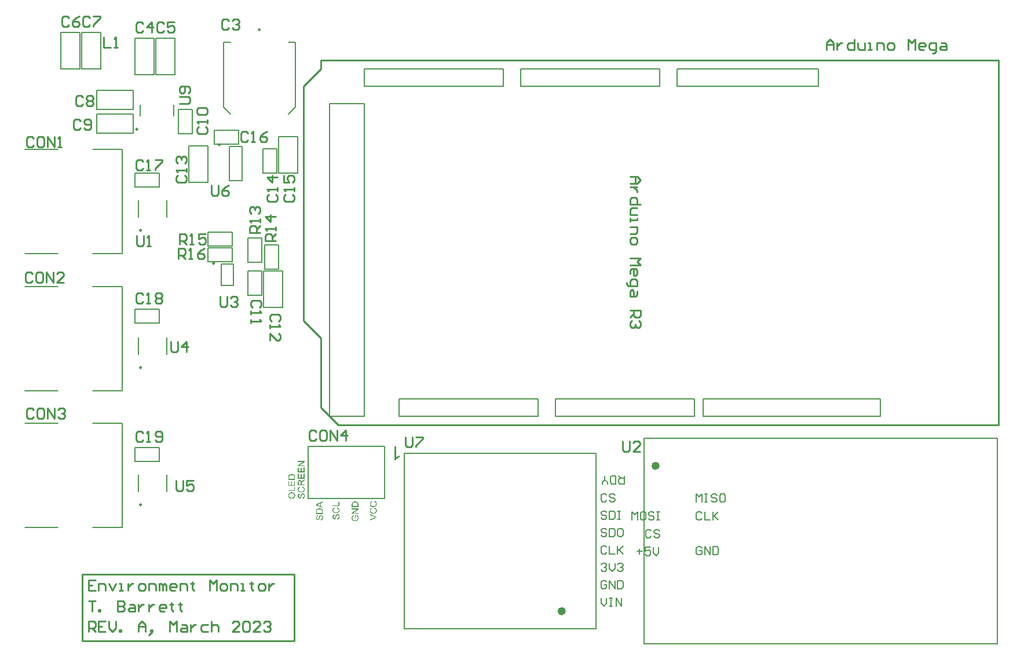
<source format=gto>
G04*
G04 #@! TF.GenerationSoftware,Altium Limited,Altium Designer,22.11.1 (43)*
G04*
G04 Layer_Color=65535*
%FSLAX25Y25*%
%MOIN*%
G70*
G04*
G04 #@! TF.SameCoordinates,FC0E5961-FCF4-480C-89D5-594BF37CE3F7*
G04*
G04*
G04 #@! TF.FilePolarity,Positive*
G04*
G01*
G75*
%ADD10C,0.00984*%
%ADD11C,0.02362*%
%ADD12C,0.00787*%
%ADD13C,0.00500*%
%ADD14C,0.01000*%
%ADD15C,0.00709*%
G36*
X320626Y302244D02*
X320647Y302254D01*
X320689Y302296D01*
X320772Y302368D01*
X320876Y302452D01*
X321011Y302556D01*
X321178Y302670D01*
X321355Y302795D01*
X321563Y302920D01*
X321573D01*
X321584Y302931D01*
X321615Y302952D01*
X321657Y302972D01*
X321771Y303035D01*
X321907Y303108D01*
X322063Y303191D01*
X322240Y303274D01*
X322417Y303358D01*
X322594Y303430D01*
Y302473D01*
X322583D01*
X322552Y302452D01*
X322510Y302431D01*
X322458Y302400D01*
X322386Y302368D01*
X322302Y302316D01*
X322104Y302212D01*
X321886Y302077D01*
X321636Y301910D01*
X321396Y301733D01*
X321157Y301536D01*
X321147Y301525D01*
X321126Y301515D01*
X321095Y301484D01*
X321053Y301442D01*
X320949Y301338D01*
X320814Y301192D01*
X320678Y301036D01*
X320532Y300849D01*
X320397Y300661D01*
X320283Y300464D01*
X319648D01*
Y308500D01*
X320626D01*
Y302244D01*
D02*
G37*
G36*
X268000Y299670D02*
X264985Y297655D01*
X268000D01*
Y297165D01*
X264155D01*
Y297685D01*
X267175Y299705D01*
X264155D01*
Y300195D01*
X268000D01*
Y299670D01*
D02*
G37*
G36*
Y293600D02*
X264155D01*
Y296375D01*
X264610D01*
Y294110D01*
X265780D01*
Y296230D01*
X266235D01*
Y294110D01*
X267545D01*
Y296465D01*
X268000D01*
Y293600D01*
D02*
G37*
G36*
Y290020D02*
X264155D01*
Y292795D01*
X264610D01*
Y290530D01*
X265780D01*
Y292650D01*
X266235D01*
Y290530D01*
X267545D01*
Y292885D01*
X268000D01*
Y290020D01*
D02*
G37*
G36*
Y288880D02*
X267205Y288375D01*
X267200D01*
X267190Y288365D01*
X267170Y288355D01*
X267150Y288340D01*
X267120Y288320D01*
X267085Y288295D01*
X267010Y288245D01*
X266925Y288185D01*
X266840Y288125D01*
X266755Y288065D01*
X266680Y288005D01*
X266670Y288000D01*
X266650Y287980D01*
X266615Y287955D01*
X266580Y287920D01*
X266535Y287880D01*
X266490Y287835D01*
X266455Y287790D01*
X266420Y287745D01*
X266415Y287740D01*
X266410Y287725D01*
X266395Y287705D01*
X266380Y287675D01*
X266360Y287640D01*
X266345Y287600D01*
X266315Y287515D01*
Y287510D01*
X266310Y287500D01*
Y287480D01*
X266305Y287450D01*
X266300Y287410D01*
Y287360D01*
X266295Y287305D01*
Y286645D01*
X268000D01*
Y286135D01*
X264155D01*
Y287925D01*
X264160Y287970D01*
Y288015D01*
X264165Y288070D01*
X264170Y288130D01*
X264180Y288255D01*
X264200Y288385D01*
X264225Y288510D01*
X264240Y288570D01*
X264260Y288620D01*
Y288625D01*
X264265Y288630D01*
X264270Y288645D01*
X264280Y288665D01*
X264305Y288715D01*
X264345Y288775D01*
X264395Y288845D01*
X264460Y288915D01*
X264540Y288985D01*
X264630Y289050D01*
X264635D01*
X264640Y289055D01*
X264655Y289065D01*
X264675Y289075D01*
X264730Y289100D01*
X264800Y289130D01*
X264885Y289160D01*
X264985Y289185D01*
X265095Y289205D01*
X265210Y289210D01*
X265215D01*
X265230D01*
X265250D01*
X265280Y289205D01*
X265315Y289200D01*
X265355Y289195D01*
X265450Y289175D01*
X265560Y289145D01*
X265675Y289100D01*
X265730Y289070D01*
X265790Y289035D01*
X265845Y288990D01*
X265900Y288945D01*
X265905Y288940D01*
X265910Y288935D01*
X265925Y288915D01*
X265945Y288895D01*
X265965Y288865D01*
X265990Y288830D01*
X266020Y288790D01*
X266050Y288745D01*
X266080Y288690D01*
X266110Y288630D01*
X266140Y288560D01*
X266170Y288485D01*
X266195Y288405D01*
X266220Y288320D01*
X266240Y288225D01*
X266255Y288125D01*
X266260Y288135D01*
X266270Y288160D01*
X266290Y288195D01*
X266315Y288240D01*
X266380Y288340D01*
X266415Y288385D01*
X266450Y288430D01*
Y288435D01*
X266460Y288440D01*
X266485Y288470D01*
X266530Y288510D01*
X266590Y288570D01*
X266660Y288635D01*
X266750Y288705D01*
X266850Y288780D01*
X266960Y288855D01*
X268000Y289520D01*
Y288880D01*
D02*
G37*
G36*
X266810Y285495D02*
X266845Y285485D01*
X266890Y285475D01*
X266940Y285455D01*
X267000Y285430D01*
X267065Y285405D01*
X267140Y285370D01*
X267215Y285335D01*
X267295Y285290D01*
X267370Y285245D01*
X267450Y285190D01*
X267530Y285135D01*
X267605Y285070D01*
X267675Y285000D01*
X267740Y284925D01*
X267745Y284920D01*
X267755Y284905D01*
X267770Y284885D01*
X267790Y284850D01*
X267815Y284810D01*
X267845Y284760D01*
X267870Y284705D01*
X267900Y284645D01*
X267935Y284570D01*
X267960Y284495D01*
X267990Y284410D01*
X268015Y284320D01*
X268035Y284225D01*
X268050Y284125D01*
X268060Y284020D01*
X268065Y283910D01*
Y283850D01*
X268060Y283805D01*
X268055Y283755D01*
X268050Y283690D01*
X268045Y283625D01*
X268035Y283550D01*
X268005Y283390D01*
X267960Y283220D01*
X267930Y283135D01*
X267895Y283050D01*
X267860Y282970D01*
X267815Y282895D01*
X267810Y282890D01*
X267805Y282880D01*
X267790Y282860D01*
X267765Y282830D01*
X267740Y282800D01*
X267710Y282760D01*
X267670Y282720D01*
X267625Y282675D01*
X267580Y282625D01*
X267525Y282580D01*
X267465Y282530D01*
X267395Y282480D01*
X267325Y282430D01*
X267250Y282385D01*
X267165Y282340D01*
X267080Y282300D01*
X267075D01*
X267060Y282290D01*
X267030Y282280D01*
X266995Y282270D01*
X266950Y282255D01*
X266900Y282235D01*
X266840Y282220D01*
X266770Y282200D01*
X266695Y282180D01*
X266615Y282165D01*
X266530Y282145D01*
X266445Y282130D01*
X266250Y282110D01*
X266050Y282100D01*
X266045D01*
X266025D01*
X265990D01*
X265950Y282105D01*
X265895D01*
X265835Y282110D01*
X265770Y282120D01*
X265695Y282130D01*
X265615Y282140D01*
X265530Y282155D01*
X265355Y282195D01*
X265180Y282250D01*
X265090Y282285D01*
X265005Y282325D01*
X265000Y282330D01*
X264985Y282335D01*
X264960Y282350D01*
X264930Y282370D01*
X264895Y282390D01*
X264850Y282420D01*
X264805Y282455D01*
X264750Y282495D01*
X264640Y282585D01*
X264530Y282700D01*
X264420Y282830D01*
X264370Y282905D01*
X264325Y282980D01*
X264320Y282985D01*
X264315Y283000D01*
X264305Y283025D01*
X264290Y283055D01*
X264270Y283095D01*
X264250Y283140D01*
X264230Y283195D01*
X264205Y283255D01*
X264185Y283325D01*
X264165Y283395D01*
X264125Y283555D01*
X264100Y283730D01*
X264090Y283820D01*
Y283970D01*
X264095Y284010D01*
X264100Y284060D01*
X264105Y284120D01*
X264115Y284185D01*
X264125Y284255D01*
X264160Y284405D01*
X264185Y284485D01*
X264215Y284570D01*
X264250Y284650D01*
X264285Y284730D01*
X264335Y284810D01*
X264385Y284885D01*
X264390Y284890D01*
X264400Y284900D01*
X264415Y284925D01*
X264440Y284950D01*
X264470Y284980D01*
X264505Y285020D01*
X264550Y285060D01*
X264600Y285105D01*
X264655Y285150D01*
X264715Y285195D01*
X264785Y285240D01*
X264855Y285285D01*
X264935Y285330D01*
X265020Y285370D01*
X265115Y285410D01*
X265210Y285440D01*
X265330Y284940D01*
X265325D01*
X265310Y284935D01*
X265290Y284925D01*
X265260Y284915D01*
X265225Y284900D01*
X265185Y284885D01*
X265095Y284840D01*
X264995Y284785D01*
X264895Y284720D01*
X264800Y284640D01*
X264760Y284595D01*
X264720Y284550D01*
Y284545D01*
X264710Y284540D01*
X264700Y284525D01*
X264690Y284505D01*
X264675Y284480D01*
X264660Y284450D01*
X264620Y284375D01*
X264585Y284280D01*
X264555Y284170D01*
X264535Y284045D01*
X264525Y283905D01*
Y283860D01*
X264530Y283830D01*
Y283795D01*
X264535Y283750D01*
X264545Y283700D01*
X264550Y283645D01*
X264575Y283530D01*
X264615Y283405D01*
X264670Y283280D01*
X264700Y283220D01*
X264740Y283160D01*
Y283155D01*
X264750Y283145D01*
X264760Y283130D01*
X264780Y283110D01*
X264825Y283060D01*
X264890Y283000D01*
X264970Y282930D01*
X265070Y282860D01*
X265180Y282795D01*
X265310Y282745D01*
X265315D01*
X265325Y282740D01*
X265345Y282735D01*
X265370Y282725D01*
X265405Y282715D01*
X265445Y282705D01*
X265490Y282695D01*
X265535Y282685D01*
X265650Y282665D01*
X265775Y282645D01*
X265910Y282630D01*
X266050Y282625D01*
X266055D01*
X266070D01*
X266095D01*
X266130D01*
X266175Y282630D01*
X266225Y282635D01*
X266280D01*
X266340Y282645D01*
X266475Y282660D01*
X266615Y282685D01*
X266765Y282720D01*
X266905Y282765D01*
X266910D01*
X266920Y282770D01*
X266940Y282780D01*
X266965Y282795D01*
X266995Y282810D01*
X267030Y282825D01*
X267110Y282875D01*
X267200Y282940D01*
X267290Y283015D01*
X267375Y283105D01*
X267450Y283210D01*
Y283215D01*
X267460Y283225D01*
X267465Y283240D01*
X267480Y283265D01*
X267490Y283290D01*
X267505Y283325D01*
X267540Y283405D01*
X267575Y283505D01*
X267600Y283615D01*
X267620Y283735D01*
X267630Y283865D01*
Y283905D01*
X267625Y283935D01*
X267620Y283975D01*
X267615Y284015D01*
X267610Y284065D01*
X267600Y284115D01*
X267570Y284230D01*
X267525Y284350D01*
X267500Y284415D01*
X267465Y284475D01*
X267430Y284535D01*
X267385Y284590D01*
X267380Y284595D01*
X267375Y284605D01*
X267360Y284620D01*
X267340Y284640D01*
X267315Y284660D01*
X267280Y284690D01*
X267245Y284720D01*
X267200Y284750D01*
X267155Y284785D01*
X267100Y284820D01*
X267040Y284850D01*
X266975Y284885D01*
X266900Y284915D01*
X266825Y284945D01*
X266745Y284970D01*
X266655Y284995D01*
X266785Y285505D01*
X266790D01*
X266810Y285495D01*
D02*
G37*
G36*
X266970Y281550D02*
X267000D01*
X267030Y281545D01*
X267105Y281535D01*
X267195Y281510D01*
X267290Y281480D01*
X267395Y281435D01*
X267495Y281375D01*
X267500D01*
X267505Y281365D01*
X267520Y281355D01*
X267540Y281345D01*
X267590Y281300D01*
X267650Y281245D01*
X267715Y281175D01*
X267785Y281090D01*
X267855Y280985D01*
X267915Y280870D01*
Y280865D01*
X267920Y280855D01*
X267930Y280835D01*
X267940Y280815D01*
X267950Y280780D01*
X267960Y280745D01*
X267975Y280705D01*
X267990Y280655D01*
X268015Y280550D01*
X268040Y280425D01*
X268060Y280285D01*
X268065Y280135D01*
Y280085D01*
X268060Y280050D01*
Y280005D01*
X268055Y279950D01*
X268050Y279895D01*
X268045Y279830D01*
X268030Y279695D01*
X268000Y279545D01*
X267965Y279400D01*
X267915Y279260D01*
Y279255D01*
X267910Y279245D01*
X267900Y279225D01*
X267885Y279200D01*
X267870Y279175D01*
X267850Y279140D01*
X267800Y279060D01*
X267735Y278970D01*
X267655Y278880D01*
X267560Y278790D01*
X267455Y278710D01*
X267450D01*
X267440Y278700D01*
X267425Y278690D01*
X267400Y278680D01*
X267370Y278665D01*
X267340Y278645D01*
X267300Y278630D01*
X267255Y278610D01*
X267150Y278570D01*
X267035Y278535D01*
X266900Y278510D01*
X266760Y278500D01*
X266720Y278980D01*
X266725D01*
X266735D01*
X266750Y278985D01*
X266770D01*
X266820Y278995D01*
X266890Y279010D01*
X266965Y279030D01*
X267045Y279060D01*
X267125Y279095D01*
X267200Y279135D01*
X267210Y279140D01*
X267230Y279160D01*
X267265Y279190D01*
X267305Y279230D01*
X267355Y279285D01*
X267405Y279350D01*
X267455Y279430D01*
X267500Y279520D01*
Y279525D01*
X267505Y279530D01*
X267510Y279545D01*
X267515Y279565D01*
X267525Y279590D01*
X267535Y279620D01*
X267555Y279695D01*
X267575Y279780D01*
X267595Y279880D01*
X267605Y279990D01*
X267610Y280110D01*
Y280160D01*
X267605Y280215D01*
X267600Y280285D01*
X267590Y280360D01*
X267575Y280450D01*
X267555Y280535D01*
X267525Y280620D01*
Y280625D01*
X267520Y280630D01*
X267510Y280655D01*
X267490Y280695D01*
X267465Y280745D01*
X267430Y280800D01*
X267390Y280855D01*
X267345Y280910D01*
X267290Y280955D01*
X267285Y280960D01*
X267265Y280970D01*
X267230Y280990D01*
X267190Y281010D01*
X267140Y281030D01*
X267085Y281050D01*
X267025Y281060D01*
X266960Y281065D01*
X266950D01*
X266930D01*
X266895Y281060D01*
X266855Y281050D01*
X266805Y281040D01*
X266750Y281020D01*
X266695Y280990D01*
X266645Y280955D01*
X266640Y280950D01*
X266620Y280935D01*
X266595Y280910D01*
X266565Y280875D01*
X266530Y280825D01*
X266495Y280765D01*
X266455Y280695D01*
X266420Y280610D01*
X266415Y280600D01*
X266410Y280580D01*
X266400Y280560D01*
X266395Y280535D01*
X266385Y280505D01*
X266375Y280465D01*
X266360Y280425D01*
X266350Y280375D01*
X266335Y280320D01*
X266315Y280255D01*
X266300Y280185D01*
X266280Y280105D01*
X266260Y280020D01*
X266235Y279925D01*
Y279920D01*
X266230Y279900D01*
X266220Y279875D01*
X266215Y279840D01*
X266200Y279795D01*
X266190Y279750D01*
X266155Y279635D01*
X266120Y279515D01*
X266075Y279390D01*
X266035Y279280D01*
X266010Y279230D01*
X265990Y279185D01*
Y279180D01*
X265985Y279175D01*
X265975Y279160D01*
X265965Y279140D01*
X265935Y279090D01*
X265890Y279030D01*
X265840Y278965D01*
X265780Y278895D01*
X265710Y278830D01*
X265635Y278775D01*
X265630D01*
X265625Y278770D01*
X265595Y278755D01*
X265555Y278735D01*
X265495Y278710D01*
X265425Y278685D01*
X265340Y278665D01*
X265250Y278650D01*
X265155Y278645D01*
X265150D01*
X265140D01*
X265125D01*
X265105Y278650D01*
X265050Y278655D01*
X264975Y278665D01*
X264890Y278685D01*
X264800Y278715D01*
X264705Y278755D01*
X264610Y278810D01*
X264605D01*
X264600Y278820D01*
X264570Y278840D01*
X264520Y278880D01*
X264465Y278930D01*
X264405Y279000D01*
X264340Y279080D01*
X264280Y279180D01*
X264225Y279290D01*
Y279295D01*
X264220Y279305D01*
X264210Y279320D01*
X264205Y279345D01*
X264195Y279375D01*
X264180Y279410D01*
X264170Y279450D01*
X264155Y279495D01*
X264135Y279600D01*
X264110Y279720D01*
X264095Y279855D01*
X264090Y279995D01*
Y280065D01*
X264095Y280105D01*
Y280145D01*
X264100Y280195D01*
X264105Y280250D01*
X264125Y280365D01*
X264150Y280490D01*
X264185Y280620D01*
X264230Y280745D01*
Y280750D01*
X264235Y280760D01*
X264245Y280775D01*
X264255Y280800D01*
X264290Y280860D01*
X264335Y280930D01*
X264390Y281015D01*
X264460Y281095D01*
X264545Y281180D01*
X264640Y281250D01*
X264645D01*
X264650Y281260D01*
X264665Y281265D01*
X264685Y281280D01*
X264710Y281290D01*
X264740Y281305D01*
X264815Y281340D01*
X264905Y281375D01*
X265005Y281405D01*
X265120Y281430D01*
X265240Y281440D01*
X265275Y280950D01*
X265270D01*
X265260D01*
X265240Y280945D01*
X265215Y280940D01*
X265185Y280935D01*
X265150Y280925D01*
X265070Y280900D01*
X264985Y280865D01*
X264895Y280820D01*
X264805Y280760D01*
X264730Y280680D01*
X264720Y280670D01*
X264715Y280655D01*
X264700Y280640D01*
X264685Y280615D01*
X264670Y280585D01*
X264655Y280550D01*
X264635Y280515D01*
X264620Y280470D01*
X264605Y280420D01*
X264590Y280365D01*
X264575Y280305D01*
X264560Y280240D01*
X264555Y280170D01*
X264545Y280095D01*
Y279940D01*
X264550Y279900D01*
X264555Y279860D01*
X264565Y279760D01*
X264585Y279650D01*
X264615Y279540D01*
X264660Y279435D01*
X264685Y279385D01*
X264715Y279345D01*
X264725Y279335D01*
X264745Y279310D01*
X264780Y279280D01*
X264830Y279240D01*
X264890Y279200D01*
X264960Y279170D01*
X265040Y279145D01*
X265125Y279135D01*
X265135D01*
X265160D01*
X265195Y279145D01*
X265245Y279155D01*
X265300Y279170D01*
X265355Y279195D01*
X265410Y279230D01*
X265465Y279280D01*
X265470Y279290D01*
X265480Y279300D01*
X265485Y279315D01*
X265500Y279335D01*
X265515Y279360D01*
X265530Y279395D01*
X265545Y279430D01*
X265565Y279480D01*
X265590Y279535D01*
X265610Y279595D01*
X265635Y279665D01*
X265660Y279745D01*
X265685Y279835D01*
X265710Y279935D01*
X265735Y280045D01*
Y280050D01*
X265740Y280070D01*
X265750Y280105D01*
X265760Y280145D01*
X265770Y280195D01*
X265785Y280255D01*
X265800Y280315D01*
X265820Y280385D01*
X265855Y280525D01*
X265895Y280665D01*
X265920Y280730D01*
X265940Y280795D01*
X265960Y280850D01*
X265980Y280895D01*
Y280900D01*
X265985Y280910D01*
X265995Y280925D01*
X266010Y280950D01*
X266040Y281010D01*
X266085Y281085D01*
X266145Y281165D01*
X266210Y281245D01*
X266290Y281325D01*
X266375Y281390D01*
X266380D01*
X266385Y281395D01*
X266400Y281405D01*
X266415Y281415D01*
X266465Y281440D01*
X266530Y281475D01*
X266610Y281505D01*
X266705Y281530D01*
X266805Y281550D01*
X266920Y281555D01*
X266925D01*
X266935D01*
X266950D01*
X266970Y281550D01*
D02*
G37*
G36*
X260670Y292570D02*
X260715D01*
X260765Y292565D01*
X260820Y292560D01*
X260940Y292550D01*
X261070Y292530D01*
X261205Y292505D01*
X261335Y292470D01*
X261340D01*
X261350Y292465D01*
X261370Y292460D01*
X261390Y292450D01*
X261420Y292440D01*
X261455Y292430D01*
X261530Y292400D01*
X261620Y292365D01*
X261715Y292320D01*
X261810Y292265D01*
X261895Y292210D01*
X261905Y292205D01*
X261930Y292180D01*
X261970Y292150D01*
X262020Y292105D01*
X262075Y292055D01*
X262135Y291995D01*
X262190Y291925D01*
X262245Y291855D01*
X262250Y291845D01*
X262265Y291820D01*
X262290Y291780D01*
X262315Y291725D01*
X262345Y291660D01*
X262380Y291580D01*
X262410Y291490D01*
X262435Y291395D01*
Y291390D01*
X262440Y291385D01*
Y291370D01*
X262445Y291350D01*
X262450Y291325D01*
X262455Y291295D01*
X262465Y291220D01*
X262480Y291130D01*
X262490Y291025D01*
X262495Y290905D01*
X262500Y290780D01*
Y289395D01*
X258655D01*
Y290830D01*
X258660Y290875D01*
Y290970D01*
X258670Y291080D01*
X258680Y291195D01*
X258695Y291305D01*
X258715Y291400D01*
Y291405D01*
X258720Y291415D01*
X258725Y291435D01*
X258730Y291455D01*
X258740Y291485D01*
X258750Y291520D01*
X258775Y291595D01*
X258815Y291685D01*
X258860Y291780D01*
X258920Y291875D01*
X258990Y291965D01*
X258995Y291970D01*
X259000Y291980D01*
X259015Y291995D01*
X259035Y292015D01*
X259060Y292040D01*
X259090Y292070D01*
X259125Y292100D01*
X259165Y292135D01*
X259260Y292210D01*
X259375Y292285D01*
X259500Y292360D01*
X259645Y292420D01*
X259650D01*
X259665Y292425D01*
X259685Y292435D01*
X259715Y292445D01*
X259755Y292455D01*
X259800Y292470D01*
X259850Y292485D01*
X259910Y292500D01*
X259975Y292510D01*
X260045Y292525D01*
X260120Y292540D01*
X260200Y292550D01*
X260375Y292570D01*
X260560Y292575D01*
X260565D01*
X260580D01*
X260600D01*
X260635D01*
X260670Y292570D01*
D02*
G37*
G36*
X262500Y285825D02*
X258655D01*
Y288600D01*
X259110D01*
Y286335D01*
X260280D01*
Y288455D01*
X260735D01*
Y286335D01*
X262045D01*
Y288690D01*
X262500D01*
Y285825D01*
D02*
G37*
G36*
Y282810D02*
X258655D01*
Y283320D01*
X262045D01*
Y285210D01*
X262500D01*
Y282810D01*
D02*
G37*
G36*
X260685Y282170D02*
X260735D01*
X260795Y282165D01*
X260860Y282155D01*
X260935Y282145D01*
X261015Y282130D01*
X261100Y282115D01*
X261275Y282075D01*
X261455Y282015D01*
X261545Y281975D01*
X261635Y281935D01*
X261640Y281930D01*
X261655Y281925D01*
X261680Y281910D01*
X261710Y281890D01*
X261750Y281865D01*
X261795Y281840D01*
X261840Y281805D01*
X261895Y281765D01*
X261950Y281720D01*
X262005Y281670D01*
X262120Y281555D01*
X262235Y281420D01*
X262285Y281345D01*
X262330Y281265D01*
Y281260D01*
X262340Y281245D01*
X262350Y281220D01*
X262365Y281190D01*
X262385Y281150D01*
X262405Y281105D01*
X262425Y281050D01*
X262445Y280990D01*
X262470Y280920D01*
X262490Y280850D01*
X262530Y280690D01*
X262555Y280520D01*
X262560Y280430D01*
X262565Y280335D01*
Y280280D01*
X262560Y280245D01*
X262555Y280195D01*
X262550Y280140D01*
X262545Y280080D01*
X262530Y280010D01*
X262500Y279860D01*
X262455Y279695D01*
X262425Y279610D01*
X262390Y279530D01*
X262350Y279445D01*
X262305Y279365D01*
X262300Y279360D01*
X262295Y279345D01*
X262280Y279325D01*
X262255Y279295D01*
X262230Y279260D01*
X262200Y279220D01*
X262160Y279175D01*
X262120Y279125D01*
X262070Y279075D01*
X262015Y279020D01*
X261955Y278965D01*
X261895Y278915D01*
X261750Y278810D01*
X261590Y278720D01*
X261585D01*
X261570Y278710D01*
X261545Y278700D01*
X261510Y278685D01*
X261470Y278670D01*
X261420Y278650D01*
X261360Y278630D01*
X261300Y278610D01*
X261230Y278590D01*
X261155Y278570D01*
X260995Y278535D01*
X260815Y278510D01*
X260725Y278505D01*
X260630Y278500D01*
X260625D01*
X260620D01*
X260605D01*
X260590D01*
X260540Y278505D01*
X260470Y278510D01*
X260390Y278515D01*
X260300Y278525D01*
X260195Y278545D01*
X260085Y278565D01*
X259965Y278590D01*
X259845Y278625D01*
X259720Y278665D01*
X259595Y278715D01*
X259475Y278775D01*
X259355Y278840D01*
X259240Y278920D01*
X259135Y279010D01*
X259130Y279015D01*
X259110Y279035D01*
X259085Y279065D01*
X259050Y279105D01*
X259010Y279155D01*
X258960Y279215D01*
X258915Y279290D01*
X258860Y279370D01*
X258810Y279460D01*
X258760Y279560D01*
X258715Y279670D01*
X258675Y279790D01*
X258640Y279915D01*
X258615Y280050D01*
X258595Y280190D01*
X258590Y280340D01*
Y280390D01*
X258595Y280430D01*
X258600Y280475D01*
X258605Y280530D01*
X258610Y280590D01*
X258620Y280660D01*
X258650Y280805D01*
X258695Y280965D01*
X258725Y281050D01*
X258760Y281130D01*
X258800Y281215D01*
X258845Y281295D01*
X258850Y281300D01*
X258855Y281315D01*
X258870Y281335D01*
X258890Y281365D01*
X258920Y281400D01*
X258950Y281445D01*
X258985Y281490D01*
X259030Y281540D01*
X259075Y281590D01*
X259130Y281645D01*
X259190Y281700D01*
X259250Y281755D01*
X259320Y281805D01*
X259395Y281855D01*
X259555Y281950D01*
X259560Y281955D01*
X259575Y281960D01*
X259600Y281970D01*
X259635Y281985D01*
X259680Y282000D01*
X259730Y282020D01*
X259790Y282040D01*
X259855Y282065D01*
X259925Y282085D01*
X260005Y282105D01*
X260090Y282125D01*
X260180Y282140D01*
X260375Y282165D01*
X260480Y282175D01*
X260585D01*
X260590D01*
X260610D01*
X260640D01*
X260685Y282170D01*
D02*
G37*
G36*
X308310Y277095D02*
X308345Y277085D01*
X308390Y277075D01*
X308440Y277055D01*
X308500Y277030D01*
X308565Y277005D01*
X308640Y276970D01*
X308715Y276935D01*
X308795Y276890D01*
X308870Y276845D01*
X308950Y276790D01*
X309030Y276735D01*
X309105Y276670D01*
X309175Y276600D01*
X309240Y276525D01*
X309245Y276520D01*
X309255Y276505D01*
X309270Y276485D01*
X309290Y276450D01*
X309315Y276410D01*
X309345Y276360D01*
X309370Y276305D01*
X309400Y276245D01*
X309435Y276170D01*
X309460Y276095D01*
X309490Y276010D01*
X309515Y275920D01*
X309535Y275825D01*
X309550Y275725D01*
X309560Y275620D01*
X309565Y275510D01*
Y275450D01*
X309560Y275405D01*
X309555Y275355D01*
X309550Y275290D01*
X309545Y275225D01*
X309535Y275150D01*
X309505Y274990D01*
X309460Y274820D01*
X309430Y274735D01*
X309395Y274650D01*
X309360Y274570D01*
X309315Y274495D01*
X309310Y274490D01*
X309305Y274480D01*
X309290Y274460D01*
X309265Y274430D01*
X309240Y274400D01*
X309210Y274360D01*
X309170Y274320D01*
X309125Y274275D01*
X309080Y274225D01*
X309025Y274180D01*
X308965Y274130D01*
X308895Y274080D01*
X308825Y274030D01*
X308750Y273985D01*
X308665Y273940D01*
X308580Y273900D01*
X308575D01*
X308560Y273890D01*
X308530Y273880D01*
X308495Y273870D01*
X308450Y273855D01*
X308400Y273835D01*
X308340Y273820D01*
X308270Y273800D01*
X308195Y273780D01*
X308115Y273765D01*
X308030Y273745D01*
X307945Y273730D01*
X307750Y273710D01*
X307550Y273700D01*
X307545D01*
X307525D01*
X307490D01*
X307450Y273705D01*
X307395D01*
X307335Y273710D01*
X307270Y273720D01*
X307195Y273730D01*
X307115Y273740D01*
X307030Y273755D01*
X306855Y273795D01*
X306680Y273850D01*
X306590Y273885D01*
X306505Y273925D01*
X306500Y273930D01*
X306485Y273935D01*
X306460Y273950D01*
X306430Y273970D01*
X306395Y273990D01*
X306350Y274020D01*
X306305Y274055D01*
X306250Y274095D01*
X306140Y274185D01*
X306030Y274300D01*
X305920Y274430D01*
X305870Y274505D01*
X305825Y274580D01*
X305820Y274585D01*
X305815Y274600D01*
X305805Y274625D01*
X305790Y274655D01*
X305770Y274695D01*
X305750Y274740D01*
X305730Y274795D01*
X305705Y274855D01*
X305685Y274925D01*
X305665Y274995D01*
X305625Y275155D01*
X305600Y275330D01*
X305590Y275420D01*
Y275570D01*
X305595Y275610D01*
X305600Y275660D01*
X305605Y275720D01*
X305615Y275785D01*
X305625Y275855D01*
X305660Y276005D01*
X305685Y276085D01*
X305715Y276170D01*
X305750Y276250D01*
X305785Y276330D01*
X305835Y276410D01*
X305885Y276485D01*
X305890Y276490D01*
X305900Y276500D01*
X305915Y276525D01*
X305940Y276550D01*
X305970Y276580D01*
X306005Y276620D01*
X306050Y276660D01*
X306100Y276705D01*
X306155Y276750D01*
X306215Y276795D01*
X306285Y276840D01*
X306355Y276885D01*
X306435Y276930D01*
X306520Y276970D01*
X306615Y277010D01*
X306710Y277040D01*
X306830Y276540D01*
X306825D01*
X306810Y276535D01*
X306790Y276525D01*
X306760Y276515D01*
X306725Y276500D01*
X306685Y276485D01*
X306595Y276440D01*
X306495Y276385D01*
X306395Y276320D01*
X306300Y276240D01*
X306260Y276195D01*
X306220Y276150D01*
Y276145D01*
X306210Y276140D01*
X306200Y276125D01*
X306190Y276105D01*
X306175Y276080D01*
X306160Y276050D01*
X306120Y275975D01*
X306085Y275880D01*
X306055Y275770D01*
X306035Y275645D01*
X306025Y275505D01*
Y275460D01*
X306030Y275430D01*
Y275395D01*
X306035Y275350D01*
X306045Y275300D01*
X306050Y275245D01*
X306075Y275130D01*
X306115Y275005D01*
X306170Y274880D01*
X306200Y274820D01*
X306240Y274760D01*
Y274755D01*
X306250Y274745D01*
X306260Y274730D01*
X306280Y274710D01*
X306325Y274660D01*
X306390Y274600D01*
X306470Y274530D01*
X306570Y274460D01*
X306680Y274395D01*
X306810Y274345D01*
X306815D01*
X306825Y274340D01*
X306845Y274335D01*
X306870Y274325D01*
X306905Y274315D01*
X306945Y274305D01*
X306990Y274295D01*
X307035Y274285D01*
X307150Y274265D01*
X307275Y274245D01*
X307410Y274230D01*
X307550Y274225D01*
X307555D01*
X307570D01*
X307595D01*
X307630D01*
X307675Y274230D01*
X307725Y274235D01*
X307780D01*
X307840Y274245D01*
X307975Y274260D01*
X308115Y274285D01*
X308265Y274320D01*
X308405Y274365D01*
X308410D01*
X308420Y274370D01*
X308440Y274380D01*
X308465Y274395D01*
X308495Y274410D01*
X308530Y274425D01*
X308610Y274475D01*
X308700Y274540D01*
X308790Y274615D01*
X308875Y274705D01*
X308950Y274810D01*
Y274815D01*
X308960Y274825D01*
X308965Y274840D01*
X308980Y274865D01*
X308990Y274890D01*
X309005Y274925D01*
X309040Y275005D01*
X309075Y275105D01*
X309100Y275215D01*
X309120Y275335D01*
X309130Y275465D01*
Y275505D01*
X309125Y275535D01*
X309120Y275575D01*
X309115Y275615D01*
X309110Y275665D01*
X309100Y275715D01*
X309070Y275830D01*
X309025Y275950D01*
X309000Y276015D01*
X308965Y276075D01*
X308930Y276135D01*
X308885Y276190D01*
X308880Y276195D01*
X308875Y276205D01*
X308860Y276220D01*
X308840Y276240D01*
X308815Y276260D01*
X308780Y276290D01*
X308745Y276320D01*
X308700Y276350D01*
X308655Y276385D01*
X308600Y276420D01*
X308540Y276450D01*
X308475Y276485D01*
X308400Y276515D01*
X308325Y276545D01*
X308245Y276570D01*
X308155Y276595D01*
X308285Y277105D01*
X308290D01*
X308310Y277095D01*
D02*
G37*
G36*
Y273215D02*
X308345Y273205D01*
X308390Y273195D01*
X308440Y273175D01*
X308500Y273150D01*
X308565Y273125D01*
X308640Y273090D01*
X308715Y273055D01*
X308795Y273010D01*
X308870Y272965D01*
X308950Y272910D01*
X309030Y272855D01*
X309105Y272790D01*
X309175Y272720D01*
X309240Y272645D01*
X309245Y272640D01*
X309255Y272625D01*
X309270Y272605D01*
X309290Y272570D01*
X309315Y272530D01*
X309345Y272480D01*
X309370Y272425D01*
X309400Y272365D01*
X309435Y272290D01*
X309460Y272215D01*
X309490Y272130D01*
X309515Y272040D01*
X309535Y271945D01*
X309550Y271845D01*
X309560Y271740D01*
X309565Y271630D01*
Y271570D01*
X309560Y271525D01*
X309555Y271475D01*
X309550Y271410D01*
X309545Y271345D01*
X309535Y271270D01*
X309505Y271110D01*
X309460Y270940D01*
X309430Y270855D01*
X309395Y270770D01*
X309360Y270690D01*
X309315Y270615D01*
X309310Y270610D01*
X309305Y270600D01*
X309290Y270580D01*
X309265Y270550D01*
X309240Y270520D01*
X309210Y270480D01*
X309170Y270440D01*
X309125Y270395D01*
X309080Y270345D01*
X309025Y270300D01*
X308965Y270250D01*
X308895Y270200D01*
X308825Y270150D01*
X308750Y270105D01*
X308665Y270060D01*
X308580Y270020D01*
X308575D01*
X308560Y270010D01*
X308530Y270000D01*
X308495Y269990D01*
X308450Y269975D01*
X308400Y269955D01*
X308340Y269940D01*
X308270Y269920D01*
X308195Y269900D01*
X308115Y269885D01*
X308030Y269865D01*
X307945Y269850D01*
X307750Y269830D01*
X307550Y269820D01*
X307545D01*
X307525D01*
X307490D01*
X307450Y269825D01*
X307395D01*
X307335Y269830D01*
X307270Y269840D01*
X307195Y269850D01*
X307115Y269860D01*
X307030Y269875D01*
X306855Y269915D01*
X306680Y269970D01*
X306590Y270005D01*
X306505Y270045D01*
X306500Y270050D01*
X306485Y270055D01*
X306460Y270070D01*
X306430Y270090D01*
X306395Y270110D01*
X306350Y270140D01*
X306305Y270175D01*
X306250Y270215D01*
X306140Y270305D01*
X306030Y270420D01*
X305920Y270550D01*
X305870Y270625D01*
X305825Y270700D01*
X305820Y270705D01*
X305815Y270720D01*
X305805Y270745D01*
X305790Y270775D01*
X305770Y270815D01*
X305750Y270860D01*
X305730Y270915D01*
X305705Y270975D01*
X305685Y271045D01*
X305665Y271115D01*
X305625Y271275D01*
X305600Y271450D01*
X305590Y271540D01*
Y271690D01*
X305595Y271730D01*
X305600Y271780D01*
X305605Y271840D01*
X305615Y271905D01*
X305625Y271975D01*
X305660Y272125D01*
X305685Y272205D01*
X305715Y272290D01*
X305750Y272370D01*
X305785Y272450D01*
X305835Y272530D01*
X305885Y272605D01*
X305890Y272610D01*
X305900Y272620D01*
X305915Y272645D01*
X305940Y272670D01*
X305970Y272700D01*
X306005Y272740D01*
X306050Y272780D01*
X306100Y272825D01*
X306155Y272870D01*
X306215Y272915D01*
X306285Y272960D01*
X306355Y273005D01*
X306435Y273050D01*
X306520Y273090D01*
X306615Y273130D01*
X306710Y273160D01*
X306830Y272660D01*
X306825D01*
X306810Y272655D01*
X306790Y272645D01*
X306760Y272635D01*
X306725Y272620D01*
X306685Y272605D01*
X306595Y272560D01*
X306495Y272505D01*
X306395Y272440D01*
X306300Y272360D01*
X306260Y272315D01*
X306220Y272270D01*
Y272265D01*
X306210Y272260D01*
X306200Y272245D01*
X306190Y272225D01*
X306175Y272200D01*
X306160Y272170D01*
X306120Y272095D01*
X306085Y272000D01*
X306055Y271890D01*
X306035Y271765D01*
X306025Y271625D01*
Y271580D01*
X306030Y271550D01*
Y271515D01*
X306035Y271470D01*
X306045Y271420D01*
X306050Y271365D01*
X306075Y271250D01*
X306115Y271125D01*
X306170Y271000D01*
X306200Y270940D01*
X306240Y270880D01*
Y270875D01*
X306250Y270865D01*
X306260Y270850D01*
X306280Y270830D01*
X306325Y270780D01*
X306390Y270720D01*
X306470Y270650D01*
X306570Y270580D01*
X306680Y270515D01*
X306810Y270465D01*
X306815D01*
X306825Y270460D01*
X306845Y270455D01*
X306870Y270445D01*
X306905Y270435D01*
X306945Y270425D01*
X306990Y270415D01*
X307035Y270405D01*
X307150Y270385D01*
X307275Y270365D01*
X307410Y270350D01*
X307550Y270345D01*
X307555D01*
X307570D01*
X307595D01*
X307630D01*
X307675Y270350D01*
X307725Y270355D01*
X307780D01*
X307840Y270365D01*
X307975Y270380D01*
X308115Y270405D01*
X308265Y270440D01*
X308405Y270485D01*
X308410D01*
X308420Y270490D01*
X308440Y270500D01*
X308465Y270515D01*
X308495Y270530D01*
X308530Y270545D01*
X308610Y270595D01*
X308700Y270660D01*
X308790Y270735D01*
X308875Y270825D01*
X308950Y270930D01*
Y270935D01*
X308960Y270945D01*
X308965Y270960D01*
X308980Y270985D01*
X308990Y271010D01*
X309005Y271045D01*
X309040Y271125D01*
X309075Y271225D01*
X309100Y271335D01*
X309120Y271455D01*
X309130Y271585D01*
Y271625D01*
X309125Y271655D01*
X309120Y271695D01*
X309115Y271735D01*
X309110Y271785D01*
X309100Y271835D01*
X309070Y271950D01*
X309025Y272070D01*
X309000Y272135D01*
X308965Y272195D01*
X308930Y272255D01*
X308885Y272310D01*
X308880Y272315D01*
X308875Y272325D01*
X308860Y272340D01*
X308840Y272360D01*
X308815Y272380D01*
X308780Y272410D01*
X308745Y272440D01*
X308700Y272470D01*
X308655Y272505D01*
X308600Y272540D01*
X308540Y272570D01*
X308475Y272605D01*
X308400Y272635D01*
X308325Y272665D01*
X308245Y272690D01*
X308155Y272715D01*
X308285Y273225D01*
X308290D01*
X308310Y273215D01*
D02*
G37*
G36*
X309500Y268015D02*
Y267485D01*
X305655Y265995D01*
Y266550D01*
X308450Y267550D01*
X308455D01*
X308465Y267555D01*
X308485Y267560D01*
X308505Y267570D01*
X308535Y267580D01*
X308570Y267590D01*
X308655Y267620D01*
X308750Y267650D01*
X308855Y267685D01*
X308970Y267720D01*
X309080Y267750D01*
X309075D01*
X309065Y267755D01*
X309050Y267760D01*
X309025Y267765D01*
X308995Y267775D01*
X308965Y267785D01*
X308885Y267810D01*
X308790Y267840D01*
X308680Y267875D01*
X308565Y267915D01*
X308450Y267960D01*
X305655Y269000D01*
Y269515D01*
X309500Y268015D01*
D02*
G37*
G36*
X297170Y276860D02*
X297215D01*
X297265Y276855D01*
X297320Y276850D01*
X297440Y276840D01*
X297570Y276820D01*
X297705Y276795D01*
X297835Y276760D01*
X297840D01*
X297850Y276755D01*
X297870Y276750D01*
X297890Y276740D01*
X297920Y276730D01*
X297955Y276720D01*
X298030Y276690D01*
X298120Y276655D01*
X298215Y276610D01*
X298310Y276555D01*
X298395Y276500D01*
X298405Y276495D01*
X298430Y276470D01*
X298470Y276440D01*
X298520Y276395D01*
X298575Y276345D01*
X298635Y276285D01*
X298690Y276215D01*
X298745Y276145D01*
X298750Y276135D01*
X298765Y276110D01*
X298790Y276070D01*
X298815Y276015D01*
X298845Y275950D01*
X298880Y275870D01*
X298910Y275780D01*
X298935Y275685D01*
Y275680D01*
X298940Y275675D01*
Y275660D01*
X298945Y275640D01*
X298950Y275615D01*
X298955Y275585D01*
X298965Y275510D01*
X298980Y275420D01*
X298990Y275315D01*
X298995Y275195D01*
X299000Y275070D01*
Y273685D01*
X295155D01*
Y275120D01*
X295160Y275165D01*
Y275260D01*
X295170Y275370D01*
X295180Y275485D01*
X295195Y275595D01*
X295215Y275690D01*
Y275695D01*
X295220Y275705D01*
X295225Y275725D01*
X295230Y275745D01*
X295240Y275775D01*
X295250Y275810D01*
X295275Y275885D01*
X295315Y275975D01*
X295360Y276070D01*
X295420Y276165D01*
X295490Y276255D01*
X295495Y276260D01*
X295500Y276270D01*
X295515Y276285D01*
X295535Y276305D01*
X295560Y276330D01*
X295590Y276360D01*
X295625Y276390D01*
X295665Y276425D01*
X295760Y276500D01*
X295875Y276575D01*
X296000Y276650D01*
X296145Y276710D01*
X296150D01*
X296165Y276715D01*
X296185Y276725D01*
X296215Y276735D01*
X296255Y276745D01*
X296300Y276760D01*
X296350Y276775D01*
X296410Y276790D01*
X296475Y276800D01*
X296545Y276815D01*
X296620Y276830D01*
X296700Y276840D01*
X296875Y276860D01*
X297060Y276865D01*
X297065D01*
X297080D01*
X297100D01*
X297135D01*
X297170Y276860D01*
D02*
G37*
G36*
X299000Y272305D02*
X295985Y270290D01*
X299000D01*
Y269800D01*
X295155D01*
Y270320D01*
X298175Y272340D01*
X295155D01*
Y272830D01*
X299000D01*
Y272305D01*
D02*
G37*
G36*
X298475Y269050D02*
X298485Y269040D01*
X298500Y269020D01*
X298520Y268990D01*
X298545Y268955D01*
X298570Y268915D01*
X298600Y268870D01*
X298635Y268820D01*
X298710Y268700D01*
X298780Y268570D01*
X298855Y268430D01*
X298915Y268280D01*
Y268275D01*
X298920Y268260D01*
X298930Y268240D01*
X298940Y268210D01*
X298950Y268175D01*
X298960Y268130D01*
X298975Y268080D01*
X298990Y268030D01*
X299015Y267905D01*
X299040Y267765D01*
X299060Y267615D01*
X299065Y267460D01*
Y267405D01*
X299060Y267365D01*
Y267315D01*
X299050Y267255D01*
X299045Y267190D01*
X299035Y267120D01*
X299020Y267040D01*
X299005Y266960D01*
X298965Y266785D01*
X298905Y266610D01*
X298865Y266520D01*
X298825Y266430D01*
X298820Y266425D01*
X298815Y266410D01*
X298800Y266385D01*
X298780Y266355D01*
X298755Y266315D01*
X298725Y266270D01*
X298685Y266225D01*
X298645Y266170D01*
X298600Y266115D01*
X298545Y266060D01*
X298490Y266000D01*
X298425Y265945D01*
X298360Y265885D01*
X298285Y265830D01*
X298210Y265780D01*
X298125Y265735D01*
X298120D01*
X298105Y265725D01*
X298080Y265715D01*
X298045Y265700D01*
X298000Y265680D01*
X297950Y265660D01*
X297890Y265640D01*
X297825Y265620D01*
X297750Y265595D01*
X297670Y265575D01*
X297590Y265555D01*
X297500Y265535D01*
X297305Y265510D01*
X297205Y265505D01*
X297100Y265500D01*
X297095D01*
X297075D01*
X297045D01*
X297005Y265505D01*
X296955D01*
X296895Y265510D01*
X296830Y265520D01*
X296755Y265530D01*
X296680Y265540D01*
X296595Y265555D01*
X296420Y265595D01*
X296235Y265655D01*
X296140Y265690D01*
X296050Y265730D01*
X296045Y265735D01*
X296030Y265740D01*
X296005Y265755D01*
X295970Y265775D01*
X295930Y265800D01*
X295885Y265830D01*
X295835Y265865D01*
X295780Y265905D01*
X295720Y265950D01*
X295660Y266000D01*
X295600Y266055D01*
X295540Y266115D01*
X295430Y266250D01*
X295375Y266325D01*
X295330Y266405D01*
X295325Y266410D01*
X295320Y266425D01*
X295310Y266450D01*
X295290Y266485D01*
X295275Y266525D01*
X295255Y266575D01*
X295230Y266635D01*
X295210Y266700D01*
X295185Y266770D01*
X295165Y266850D01*
X295145Y266930D01*
X295125Y267020D01*
X295100Y267215D01*
X295095Y267315D01*
X295090Y267420D01*
Y267490D01*
X295095Y267530D01*
Y267570D01*
X295100Y267620D01*
X295105Y267670D01*
X295125Y267790D01*
X295150Y267915D01*
X295185Y268045D01*
X295230Y268175D01*
Y268180D01*
X295235Y268190D01*
X295245Y268205D01*
X295255Y268230D01*
X295270Y268260D01*
X295285Y268290D01*
X295325Y268365D01*
X295380Y268450D01*
X295445Y268540D01*
X295520Y268625D01*
X295605Y268700D01*
X295610D01*
X295615Y268710D01*
X295630Y268720D01*
X295650Y268730D01*
X295670Y268750D01*
X295700Y268765D01*
X295775Y268810D01*
X295865Y268860D01*
X295970Y268905D01*
X296095Y268955D01*
X296235Y268995D01*
X296360Y268535D01*
X296355D01*
X296345Y268530D01*
X296330Y268525D01*
X296310Y268520D01*
X296260Y268500D01*
X296190Y268475D01*
X296120Y268445D01*
X296040Y268410D01*
X295965Y268365D01*
X295900Y268320D01*
X295890Y268315D01*
X295870Y268295D01*
X295840Y268265D01*
X295800Y268225D01*
X295760Y268175D01*
X295715Y268110D01*
X295670Y268035D01*
X295630Y267950D01*
Y267945D01*
X295625Y267940D01*
X295615Y267910D01*
X295595Y267860D01*
X295575Y267795D01*
X295560Y267720D01*
X295540Y267630D01*
X295530Y267530D01*
X295525Y267425D01*
Y267365D01*
X295530Y267335D01*
Y267300D01*
X295540Y267220D01*
X295550Y267125D01*
X295570Y267020D01*
X295600Y266920D01*
X295635Y266820D01*
Y266815D01*
X295640Y266810D01*
X295655Y266780D01*
X295675Y266730D01*
X295710Y266675D01*
X295750Y266610D01*
X295795Y266540D01*
X295855Y266470D01*
X295915Y266410D01*
X295925Y266405D01*
X295945Y266385D01*
X295980Y266355D01*
X296025Y266320D01*
X296080Y266285D01*
X296145Y266245D01*
X296220Y266205D01*
X296295Y266170D01*
X296300D01*
X296310Y266165D01*
X296330Y266155D01*
X296355Y266150D01*
X296390Y266135D01*
X296430Y266125D01*
X296475Y266110D01*
X296525Y266100D01*
X296640Y266070D01*
X296770Y266050D01*
X296915Y266030D01*
X297070Y266025D01*
X297075D01*
X297095D01*
X297120D01*
X297155Y266030D01*
X297200D01*
X297250Y266035D01*
X297310Y266040D01*
X297370Y266045D01*
X297505Y266070D01*
X297650Y266100D01*
X297795Y266140D01*
X297930Y266200D01*
X297935D01*
X297945Y266210D01*
X297965Y266220D01*
X297985Y266235D01*
X298015Y266250D01*
X298050Y266275D01*
X298125Y266330D01*
X298205Y266400D01*
X298295Y266490D01*
X298375Y266590D01*
X298445Y266710D01*
Y266715D01*
X298450Y266725D01*
X298460Y266745D01*
X298470Y266770D01*
X298485Y266800D01*
X298495Y266840D01*
X298510Y266880D01*
X298525Y266930D01*
X298560Y267035D01*
X298585Y267155D01*
X298605Y267290D01*
X298610Y267430D01*
Y267485D01*
X298605Y267515D01*
Y267550D01*
X298595Y267635D01*
X298580Y267735D01*
X298555Y267840D01*
X298525Y267955D01*
X298485Y268075D01*
Y268080D01*
X298480Y268090D01*
X298470Y268105D01*
X298465Y268125D01*
X298440Y268185D01*
X298405Y268255D01*
X298365Y268330D01*
X298320Y268410D01*
X298270Y268485D01*
X298215Y268555D01*
X297495D01*
Y267425D01*
X297040D01*
Y269055D01*
X298470D01*
X298475Y269050D01*
D02*
G37*
G36*
X288000Y274110D02*
X284155D01*
Y274620D01*
X287545D01*
Y276510D01*
X288000D01*
Y274110D01*
D02*
G37*
G36*
X286810Y273495D02*
X286845Y273485D01*
X286890Y273475D01*
X286940Y273455D01*
X287000Y273430D01*
X287065Y273405D01*
X287140Y273370D01*
X287215Y273335D01*
X287295Y273290D01*
X287370Y273245D01*
X287450Y273190D01*
X287530Y273135D01*
X287605Y273070D01*
X287675Y273000D01*
X287740Y272925D01*
X287745Y272920D01*
X287755Y272905D01*
X287770Y272885D01*
X287790Y272850D01*
X287815Y272810D01*
X287845Y272760D01*
X287870Y272705D01*
X287900Y272645D01*
X287935Y272570D01*
X287960Y272495D01*
X287990Y272410D01*
X288015Y272320D01*
X288035Y272225D01*
X288050Y272125D01*
X288060Y272020D01*
X288065Y271910D01*
Y271850D01*
X288060Y271805D01*
X288055Y271755D01*
X288050Y271690D01*
X288045Y271625D01*
X288035Y271550D01*
X288005Y271390D01*
X287960Y271220D01*
X287930Y271135D01*
X287895Y271050D01*
X287860Y270970D01*
X287815Y270895D01*
X287810Y270890D01*
X287805Y270880D01*
X287790Y270860D01*
X287765Y270830D01*
X287740Y270800D01*
X287710Y270760D01*
X287670Y270720D01*
X287625Y270675D01*
X287580Y270625D01*
X287525Y270580D01*
X287465Y270530D01*
X287395Y270480D01*
X287325Y270430D01*
X287250Y270385D01*
X287165Y270340D01*
X287080Y270300D01*
X287075D01*
X287060Y270290D01*
X287030Y270280D01*
X286995Y270270D01*
X286950Y270255D01*
X286900Y270235D01*
X286840Y270220D01*
X286770Y270200D01*
X286695Y270180D01*
X286615Y270165D01*
X286530Y270145D01*
X286445Y270130D01*
X286250Y270110D01*
X286050Y270100D01*
X286045D01*
X286025D01*
X285990D01*
X285950Y270105D01*
X285895D01*
X285835Y270110D01*
X285770Y270120D01*
X285695Y270130D01*
X285615Y270140D01*
X285530Y270155D01*
X285355Y270195D01*
X285180Y270250D01*
X285090Y270285D01*
X285005Y270325D01*
X285000Y270330D01*
X284985Y270335D01*
X284960Y270350D01*
X284930Y270370D01*
X284895Y270390D01*
X284850Y270420D01*
X284805Y270455D01*
X284750Y270495D01*
X284640Y270585D01*
X284530Y270700D01*
X284420Y270830D01*
X284370Y270905D01*
X284325Y270980D01*
X284320Y270985D01*
X284315Y271000D01*
X284305Y271025D01*
X284290Y271055D01*
X284270Y271095D01*
X284250Y271140D01*
X284230Y271195D01*
X284205Y271255D01*
X284185Y271325D01*
X284165Y271395D01*
X284125Y271555D01*
X284100Y271730D01*
X284090Y271820D01*
Y271970D01*
X284095Y272010D01*
X284100Y272060D01*
X284105Y272120D01*
X284115Y272185D01*
X284125Y272255D01*
X284160Y272405D01*
X284185Y272485D01*
X284215Y272570D01*
X284250Y272650D01*
X284285Y272730D01*
X284335Y272810D01*
X284385Y272885D01*
X284390Y272890D01*
X284400Y272900D01*
X284415Y272925D01*
X284440Y272950D01*
X284470Y272980D01*
X284505Y273020D01*
X284550Y273060D01*
X284600Y273105D01*
X284655Y273150D01*
X284715Y273195D01*
X284785Y273240D01*
X284855Y273285D01*
X284935Y273330D01*
X285020Y273370D01*
X285115Y273410D01*
X285210Y273440D01*
X285330Y272940D01*
X285325D01*
X285310Y272935D01*
X285290Y272925D01*
X285260Y272915D01*
X285225Y272900D01*
X285185Y272885D01*
X285095Y272840D01*
X284995Y272785D01*
X284895Y272720D01*
X284800Y272640D01*
X284760Y272595D01*
X284720Y272550D01*
Y272545D01*
X284710Y272540D01*
X284700Y272525D01*
X284690Y272505D01*
X284675Y272480D01*
X284660Y272450D01*
X284620Y272375D01*
X284585Y272280D01*
X284555Y272170D01*
X284535Y272045D01*
X284525Y271905D01*
Y271860D01*
X284530Y271830D01*
Y271795D01*
X284535Y271750D01*
X284545Y271700D01*
X284550Y271645D01*
X284575Y271530D01*
X284615Y271405D01*
X284670Y271280D01*
X284700Y271220D01*
X284740Y271160D01*
Y271155D01*
X284750Y271145D01*
X284760Y271130D01*
X284780Y271110D01*
X284825Y271060D01*
X284890Y271000D01*
X284970Y270930D01*
X285070Y270860D01*
X285180Y270795D01*
X285310Y270745D01*
X285315D01*
X285325Y270740D01*
X285345Y270735D01*
X285370Y270725D01*
X285405Y270715D01*
X285445Y270705D01*
X285490Y270695D01*
X285535Y270685D01*
X285650Y270665D01*
X285775Y270645D01*
X285910Y270630D01*
X286050Y270625D01*
X286055D01*
X286070D01*
X286095D01*
X286130D01*
X286175Y270630D01*
X286225Y270635D01*
X286280D01*
X286340Y270645D01*
X286475Y270660D01*
X286615Y270685D01*
X286765Y270720D01*
X286905Y270765D01*
X286910D01*
X286920Y270770D01*
X286940Y270780D01*
X286965Y270795D01*
X286995Y270810D01*
X287030Y270825D01*
X287110Y270875D01*
X287200Y270940D01*
X287290Y271015D01*
X287375Y271105D01*
X287450Y271210D01*
Y271215D01*
X287460Y271225D01*
X287465Y271240D01*
X287480Y271265D01*
X287490Y271290D01*
X287505Y271325D01*
X287540Y271405D01*
X287575Y271505D01*
X287600Y271615D01*
X287620Y271735D01*
X287630Y271865D01*
Y271905D01*
X287625Y271935D01*
X287620Y271975D01*
X287615Y272015D01*
X287610Y272065D01*
X287600Y272115D01*
X287570Y272230D01*
X287525Y272350D01*
X287500Y272415D01*
X287465Y272475D01*
X287430Y272535D01*
X287385Y272590D01*
X287380Y272595D01*
X287375Y272605D01*
X287360Y272620D01*
X287340Y272640D01*
X287315Y272660D01*
X287280Y272690D01*
X287245Y272720D01*
X287200Y272750D01*
X287155Y272785D01*
X287100Y272820D01*
X287040Y272850D01*
X286975Y272885D01*
X286900Y272915D01*
X286825Y272945D01*
X286745Y272970D01*
X286655Y272995D01*
X286785Y273505D01*
X286790D01*
X286810Y273495D01*
D02*
G37*
G36*
X286970Y269550D02*
X287000D01*
X287030Y269545D01*
X287105Y269535D01*
X287195Y269510D01*
X287290Y269480D01*
X287395Y269435D01*
X287495Y269375D01*
X287500D01*
X287505Y269365D01*
X287520Y269355D01*
X287540Y269345D01*
X287590Y269300D01*
X287650Y269245D01*
X287715Y269175D01*
X287785Y269090D01*
X287855Y268985D01*
X287915Y268870D01*
Y268865D01*
X287920Y268855D01*
X287930Y268835D01*
X287940Y268815D01*
X287950Y268780D01*
X287960Y268745D01*
X287975Y268705D01*
X287990Y268655D01*
X288015Y268550D01*
X288040Y268425D01*
X288060Y268285D01*
X288065Y268135D01*
Y268085D01*
X288060Y268050D01*
Y268005D01*
X288055Y267950D01*
X288050Y267895D01*
X288045Y267830D01*
X288030Y267695D01*
X288000Y267545D01*
X287965Y267400D01*
X287915Y267260D01*
Y267255D01*
X287910Y267245D01*
X287900Y267225D01*
X287885Y267200D01*
X287870Y267175D01*
X287850Y267140D01*
X287800Y267060D01*
X287735Y266970D01*
X287655Y266880D01*
X287560Y266790D01*
X287455Y266710D01*
X287450D01*
X287440Y266700D01*
X287425Y266690D01*
X287400Y266680D01*
X287370Y266665D01*
X287340Y266645D01*
X287300Y266630D01*
X287255Y266610D01*
X287150Y266570D01*
X287035Y266535D01*
X286900Y266510D01*
X286760Y266500D01*
X286720Y266980D01*
X286725D01*
X286735D01*
X286750Y266985D01*
X286770D01*
X286820Y266995D01*
X286890Y267010D01*
X286965Y267030D01*
X287045Y267060D01*
X287125Y267095D01*
X287200Y267135D01*
X287210Y267140D01*
X287230Y267160D01*
X287265Y267190D01*
X287305Y267230D01*
X287355Y267285D01*
X287405Y267350D01*
X287455Y267430D01*
X287500Y267520D01*
Y267525D01*
X287505Y267530D01*
X287510Y267545D01*
X287515Y267565D01*
X287525Y267590D01*
X287535Y267620D01*
X287555Y267695D01*
X287575Y267780D01*
X287595Y267880D01*
X287605Y267990D01*
X287610Y268110D01*
Y268160D01*
X287605Y268215D01*
X287600Y268285D01*
X287590Y268360D01*
X287575Y268450D01*
X287555Y268535D01*
X287525Y268620D01*
Y268625D01*
X287520Y268630D01*
X287510Y268655D01*
X287490Y268695D01*
X287465Y268745D01*
X287430Y268800D01*
X287390Y268855D01*
X287345Y268910D01*
X287290Y268955D01*
X287285Y268960D01*
X287265Y268970D01*
X287230Y268990D01*
X287190Y269010D01*
X287140Y269030D01*
X287085Y269050D01*
X287025Y269060D01*
X286960Y269065D01*
X286950D01*
X286930D01*
X286895Y269060D01*
X286855Y269050D01*
X286805Y269040D01*
X286750Y269020D01*
X286695Y268990D01*
X286645Y268955D01*
X286640Y268950D01*
X286620Y268935D01*
X286595Y268910D01*
X286565Y268875D01*
X286530Y268825D01*
X286495Y268765D01*
X286455Y268695D01*
X286420Y268610D01*
X286415Y268600D01*
X286410Y268580D01*
X286400Y268560D01*
X286395Y268535D01*
X286385Y268505D01*
X286375Y268465D01*
X286360Y268425D01*
X286350Y268375D01*
X286335Y268320D01*
X286315Y268255D01*
X286300Y268185D01*
X286280Y268105D01*
X286260Y268020D01*
X286235Y267925D01*
Y267920D01*
X286230Y267900D01*
X286220Y267875D01*
X286215Y267840D01*
X286200Y267795D01*
X286190Y267750D01*
X286155Y267635D01*
X286120Y267515D01*
X286075Y267390D01*
X286035Y267280D01*
X286010Y267230D01*
X285990Y267185D01*
Y267180D01*
X285985Y267175D01*
X285975Y267160D01*
X285965Y267140D01*
X285935Y267090D01*
X285890Y267030D01*
X285840Y266965D01*
X285780Y266895D01*
X285710Y266830D01*
X285635Y266775D01*
X285630D01*
X285625Y266770D01*
X285595Y266755D01*
X285555Y266735D01*
X285495Y266710D01*
X285425Y266685D01*
X285340Y266665D01*
X285250Y266650D01*
X285155Y266645D01*
X285150D01*
X285140D01*
X285125D01*
X285105Y266650D01*
X285050Y266655D01*
X284975Y266665D01*
X284890Y266685D01*
X284800Y266715D01*
X284705Y266755D01*
X284610Y266810D01*
X284605D01*
X284600Y266820D01*
X284570Y266840D01*
X284520Y266880D01*
X284465Y266930D01*
X284405Y267000D01*
X284340Y267080D01*
X284280Y267180D01*
X284225Y267290D01*
Y267295D01*
X284220Y267305D01*
X284210Y267320D01*
X284205Y267345D01*
X284195Y267375D01*
X284180Y267410D01*
X284170Y267450D01*
X284155Y267495D01*
X284135Y267600D01*
X284110Y267720D01*
X284095Y267855D01*
X284090Y267995D01*
Y268065D01*
X284095Y268105D01*
Y268145D01*
X284100Y268195D01*
X284105Y268250D01*
X284125Y268365D01*
X284150Y268490D01*
X284185Y268620D01*
X284230Y268745D01*
Y268750D01*
X284235Y268760D01*
X284245Y268775D01*
X284255Y268800D01*
X284290Y268860D01*
X284335Y268930D01*
X284390Y269015D01*
X284460Y269095D01*
X284545Y269180D01*
X284640Y269250D01*
X284645D01*
X284650Y269260D01*
X284665Y269265D01*
X284685Y269280D01*
X284710Y269290D01*
X284740Y269305D01*
X284815Y269340D01*
X284905Y269375D01*
X285005Y269405D01*
X285120Y269430D01*
X285240Y269440D01*
X285275Y268950D01*
X285270D01*
X285260D01*
X285240Y268945D01*
X285215Y268940D01*
X285185Y268935D01*
X285150Y268925D01*
X285070Y268900D01*
X284985Y268865D01*
X284895Y268820D01*
X284805Y268760D01*
X284730Y268680D01*
X284720Y268670D01*
X284715Y268655D01*
X284700Y268640D01*
X284685Y268615D01*
X284670Y268585D01*
X284655Y268550D01*
X284635Y268515D01*
X284620Y268470D01*
X284605Y268420D01*
X284590Y268365D01*
X284575Y268305D01*
X284560Y268240D01*
X284555Y268170D01*
X284545Y268095D01*
Y267940D01*
X284550Y267900D01*
X284555Y267860D01*
X284565Y267760D01*
X284585Y267650D01*
X284615Y267540D01*
X284660Y267435D01*
X284685Y267385D01*
X284715Y267345D01*
X284725Y267335D01*
X284745Y267310D01*
X284780Y267280D01*
X284830Y267240D01*
X284890Y267200D01*
X284960Y267170D01*
X285040Y267145D01*
X285125Y267135D01*
X285135D01*
X285160D01*
X285195Y267145D01*
X285245Y267155D01*
X285300Y267170D01*
X285355Y267195D01*
X285410Y267230D01*
X285465Y267280D01*
X285470Y267290D01*
X285480Y267300D01*
X285485Y267315D01*
X285500Y267335D01*
X285515Y267360D01*
X285530Y267395D01*
X285545Y267430D01*
X285565Y267480D01*
X285590Y267535D01*
X285610Y267595D01*
X285635Y267665D01*
X285660Y267745D01*
X285685Y267835D01*
X285710Y267935D01*
X285735Y268045D01*
Y268050D01*
X285740Y268070D01*
X285750Y268105D01*
X285760Y268145D01*
X285770Y268195D01*
X285785Y268255D01*
X285800Y268315D01*
X285820Y268385D01*
X285855Y268525D01*
X285895Y268665D01*
X285920Y268730D01*
X285940Y268795D01*
X285960Y268850D01*
X285980Y268895D01*
Y268900D01*
X285985Y268910D01*
X285995Y268925D01*
X286010Y268950D01*
X286040Y269010D01*
X286085Y269085D01*
X286145Y269165D01*
X286210Y269245D01*
X286290Y269325D01*
X286375Y269390D01*
X286380D01*
X286385Y269395D01*
X286400Y269405D01*
X286415Y269415D01*
X286465Y269440D01*
X286530Y269475D01*
X286610Y269505D01*
X286705Y269530D01*
X286805Y269550D01*
X286920Y269555D01*
X286925D01*
X286935D01*
X286950D01*
X286970Y269550D01*
D02*
G37*
G36*
X278500Y276220D02*
X277335Y275775D01*
Y274165D01*
X278500Y273745D01*
Y273210D01*
X274655Y274675D01*
Y275230D01*
X278500Y276795D01*
Y276220D01*
D02*
G37*
G36*
X276670Y272925D02*
X276715D01*
X276765Y272920D01*
X276820Y272915D01*
X276940Y272905D01*
X277070Y272885D01*
X277205Y272860D01*
X277335Y272825D01*
X277340D01*
X277350Y272820D01*
X277370Y272815D01*
X277390Y272805D01*
X277420Y272795D01*
X277455Y272785D01*
X277530Y272755D01*
X277620Y272720D01*
X277715Y272675D01*
X277810Y272620D01*
X277895Y272565D01*
X277905Y272560D01*
X277930Y272535D01*
X277970Y272505D01*
X278020Y272460D01*
X278075Y272410D01*
X278135Y272350D01*
X278190Y272280D01*
X278245Y272210D01*
X278250Y272200D01*
X278265Y272175D01*
X278290Y272135D01*
X278315Y272080D01*
X278345Y272015D01*
X278380Y271935D01*
X278410Y271845D01*
X278435Y271750D01*
Y271745D01*
X278440Y271740D01*
Y271725D01*
X278445Y271705D01*
X278450Y271680D01*
X278455Y271650D01*
X278465Y271575D01*
X278480Y271485D01*
X278490Y271380D01*
X278495Y271260D01*
X278500Y271135D01*
Y269750D01*
X274655D01*
Y271185D01*
X274660Y271230D01*
Y271325D01*
X274670Y271435D01*
X274680Y271550D01*
X274695Y271660D01*
X274715Y271755D01*
Y271760D01*
X274720Y271770D01*
X274725Y271790D01*
X274730Y271810D01*
X274740Y271840D01*
X274750Y271875D01*
X274775Y271950D01*
X274815Y272040D01*
X274860Y272135D01*
X274920Y272230D01*
X274990Y272320D01*
X274995Y272325D01*
X275000Y272335D01*
X275015Y272350D01*
X275035Y272370D01*
X275060Y272395D01*
X275090Y272425D01*
X275125Y272455D01*
X275165Y272490D01*
X275260Y272565D01*
X275375Y272640D01*
X275500Y272715D01*
X275645Y272775D01*
X275650D01*
X275665Y272780D01*
X275685Y272790D01*
X275715Y272800D01*
X275755Y272810D01*
X275800Y272825D01*
X275850Y272840D01*
X275910Y272855D01*
X275975Y272865D01*
X276045Y272880D01*
X276120Y272895D01*
X276200Y272905D01*
X276375Y272925D01*
X276560Y272930D01*
X276565D01*
X276580D01*
X276600D01*
X276635D01*
X276670Y272925D01*
D02*
G37*
G36*
X277470Y269050D02*
X277500D01*
X277530Y269045D01*
X277605Y269035D01*
X277695Y269010D01*
X277790Y268980D01*
X277895Y268935D01*
X277995Y268875D01*
X278000D01*
X278005Y268865D01*
X278020Y268855D01*
X278040Y268845D01*
X278090Y268800D01*
X278150Y268745D01*
X278215Y268675D01*
X278285Y268590D01*
X278355Y268485D01*
X278415Y268370D01*
Y268365D01*
X278420Y268355D01*
X278430Y268335D01*
X278440Y268315D01*
X278450Y268280D01*
X278460Y268245D01*
X278475Y268205D01*
X278490Y268155D01*
X278515Y268050D01*
X278540Y267925D01*
X278560Y267785D01*
X278565Y267635D01*
Y267585D01*
X278560Y267550D01*
Y267505D01*
X278555Y267450D01*
X278550Y267395D01*
X278545Y267330D01*
X278530Y267195D01*
X278500Y267045D01*
X278465Y266900D01*
X278415Y266760D01*
Y266755D01*
X278410Y266745D01*
X278400Y266725D01*
X278385Y266700D01*
X278370Y266675D01*
X278350Y266640D01*
X278300Y266560D01*
X278235Y266470D01*
X278155Y266380D01*
X278060Y266290D01*
X277955Y266210D01*
X277950D01*
X277940Y266200D01*
X277925Y266190D01*
X277900Y266180D01*
X277870Y266165D01*
X277840Y266145D01*
X277800Y266130D01*
X277755Y266110D01*
X277650Y266070D01*
X277535Y266035D01*
X277400Y266010D01*
X277260Y266000D01*
X277220Y266480D01*
X277225D01*
X277235D01*
X277250Y266485D01*
X277270D01*
X277320Y266495D01*
X277390Y266510D01*
X277465Y266530D01*
X277545Y266560D01*
X277625Y266595D01*
X277700Y266635D01*
X277710Y266640D01*
X277730Y266660D01*
X277765Y266690D01*
X277805Y266730D01*
X277855Y266785D01*
X277905Y266850D01*
X277955Y266930D01*
X278000Y267020D01*
Y267025D01*
X278005Y267030D01*
X278010Y267045D01*
X278015Y267065D01*
X278025Y267090D01*
X278035Y267120D01*
X278055Y267195D01*
X278075Y267280D01*
X278095Y267380D01*
X278105Y267490D01*
X278110Y267610D01*
Y267660D01*
X278105Y267715D01*
X278100Y267785D01*
X278090Y267860D01*
X278075Y267950D01*
X278055Y268035D01*
X278025Y268120D01*
Y268125D01*
X278020Y268130D01*
X278010Y268155D01*
X277990Y268195D01*
X277965Y268245D01*
X277930Y268300D01*
X277890Y268355D01*
X277845Y268410D01*
X277790Y268455D01*
X277785Y268460D01*
X277765Y268470D01*
X277730Y268490D01*
X277690Y268510D01*
X277640Y268530D01*
X277585Y268550D01*
X277525Y268560D01*
X277460Y268565D01*
X277450D01*
X277430D01*
X277395Y268560D01*
X277355Y268550D01*
X277305Y268540D01*
X277250Y268520D01*
X277195Y268490D01*
X277145Y268455D01*
X277140Y268450D01*
X277120Y268435D01*
X277095Y268410D01*
X277065Y268375D01*
X277030Y268325D01*
X276995Y268265D01*
X276955Y268195D01*
X276920Y268110D01*
X276915Y268100D01*
X276910Y268080D01*
X276900Y268060D01*
X276895Y268035D01*
X276885Y268005D01*
X276875Y267965D01*
X276860Y267925D01*
X276850Y267875D01*
X276835Y267820D01*
X276815Y267755D01*
X276800Y267685D01*
X276780Y267605D01*
X276760Y267520D01*
X276735Y267425D01*
Y267420D01*
X276730Y267400D01*
X276720Y267375D01*
X276715Y267340D01*
X276700Y267295D01*
X276690Y267250D01*
X276655Y267135D01*
X276620Y267015D01*
X276575Y266890D01*
X276535Y266780D01*
X276510Y266730D01*
X276490Y266685D01*
Y266680D01*
X276485Y266675D01*
X276475Y266660D01*
X276465Y266640D01*
X276435Y266590D01*
X276390Y266530D01*
X276340Y266465D01*
X276280Y266395D01*
X276210Y266330D01*
X276135Y266275D01*
X276130D01*
X276125Y266270D01*
X276095Y266255D01*
X276055Y266235D01*
X275995Y266210D01*
X275925Y266185D01*
X275840Y266165D01*
X275750Y266150D01*
X275655Y266145D01*
X275650D01*
X275640D01*
X275625D01*
X275605Y266150D01*
X275550Y266155D01*
X275475Y266165D01*
X275390Y266185D01*
X275300Y266215D01*
X275205Y266255D01*
X275110Y266310D01*
X275105D01*
X275100Y266320D01*
X275070Y266340D01*
X275020Y266380D01*
X274965Y266430D01*
X274905Y266500D01*
X274840Y266580D01*
X274780Y266680D01*
X274725Y266790D01*
Y266795D01*
X274720Y266805D01*
X274710Y266820D01*
X274705Y266845D01*
X274695Y266875D01*
X274680Y266910D01*
X274670Y266950D01*
X274655Y266995D01*
X274635Y267100D01*
X274610Y267220D01*
X274595Y267355D01*
X274590Y267495D01*
Y267565D01*
X274595Y267605D01*
Y267645D01*
X274600Y267695D01*
X274605Y267750D01*
X274625Y267865D01*
X274650Y267990D01*
X274685Y268120D01*
X274730Y268245D01*
Y268250D01*
X274735Y268260D01*
X274745Y268275D01*
X274755Y268300D01*
X274790Y268360D01*
X274835Y268430D01*
X274890Y268515D01*
X274960Y268595D01*
X275045Y268680D01*
X275140Y268750D01*
X275145D01*
X275150Y268760D01*
X275165Y268765D01*
X275185Y268780D01*
X275210Y268790D01*
X275240Y268805D01*
X275315Y268840D01*
X275405Y268875D01*
X275505Y268905D01*
X275620Y268930D01*
X275740Y268940D01*
X275775Y268450D01*
X275770D01*
X275760D01*
X275740Y268445D01*
X275715Y268440D01*
X275685Y268435D01*
X275650Y268425D01*
X275570Y268400D01*
X275485Y268365D01*
X275395Y268320D01*
X275305Y268260D01*
X275230Y268180D01*
X275220Y268170D01*
X275215Y268155D01*
X275200Y268140D01*
X275185Y268115D01*
X275170Y268085D01*
X275155Y268050D01*
X275135Y268015D01*
X275120Y267970D01*
X275105Y267920D01*
X275090Y267865D01*
X275075Y267805D01*
X275060Y267740D01*
X275055Y267670D01*
X275045Y267595D01*
Y267440D01*
X275050Y267400D01*
X275055Y267360D01*
X275065Y267260D01*
X275085Y267150D01*
X275115Y267040D01*
X275160Y266935D01*
X275185Y266885D01*
X275215Y266845D01*
X275225Y266835D01*
X275245Y266810D01*
X275280Y266780D01*
X275330Y266740D01*
X275390Y266700D01*
X275460Y266670D01*
X275540Y266645D01*
X275625Y266635D01*
X275635D01*
X275660D01*
X275695Y266645D01*
X275745Y266655D01*
X275800Y266670D01*
X275855Y266695D01*
X275910Y266730D01*
X275965Y266780D01*
X275970Y266790D01*
X275980Y266800D01*
X275985Y266815D01*
X276000Y266835D01*
X276015Y266860D01*
X276030Y266895D01*
X276045Y266930D01*
X276065Y266980D01*
X276090Y267035D01*
X276110Y267095D01*
X276135Y267165D01*
X276160Y267245D01*
X276185Y267335D01*
X276210Y267435D01*
X276235Y267545D01*
Y267550D01*
X276240Y267570D01*
X276250Y267605D01*
X276260Y267645D01*
X276270Y267695D01*
X276285Y267755D01*
X276300Y267815D01*
X276320Y267885D01*
X276355Y268025D01*
X276395Y268165D01*
X276420Y268230D01*
X276440Y268295D01*
X276460Y268350D01*
X276480Y268395D01*
Y268400D01*
X276485Y268410D01*
X276495Y268425D01*
X276510Y268450D01*
X276540Y268510D01*
X276585Y268585D01*
X276645Y268665D01*
X276710Y268745D01*
X276790Y268825D01*
X276875Y268890D01*
X276880D01*
X276885Y268895D01*
X276900Y268905D01*
X276915Y268915D01*
X276965Y268940D01*
X277030Y268975D01*
X277110Y269005D01*
X277205Y269030D01*
X277305Y269050D01*
X277420Y269055D01*
X277425D01*
X277435D01*
X277450D01*
X277470Y269050D01*
D02*
G37*
%LPC*%
G36*
X265210Y288685D02*
X265205D01*
X265200D01*
X265185D01*
X265165Y288680D01*
X265115Y288675D01*
X265050Y288660D01*
X264980Y288635D01*
X264905Y288600D01*
X264830Y288550D01*
X264760Y288485D01*
X264750Y288475D01*
X264730Y288445D01*
X264705Y288400D01*
X264670Y288330D01*
X264655Y288290D01*
X264635Y288245D01*
X264620Y288195D01*
X264610Y288135D01*
X264595Y288075D01*
X264590Y288010D01*
X264580Y287935D01*
Y286645D01*
X265855D01*
Y287820D01*
X265850Y287855D01*
X265845Y287935D01*
X265840Y288020D01*
X265825Y288115D01*
X265810Y288200D01*
X265785Y288280D01*
X265780Y288290D01*
X265770Y288315D01*
X265755Y288350D01*
X265730Y288395D01*
X265700Y288440D01*
X265660Y288490D01*
X265610Y288540D01*
X265555Y288580D01*
X265550Y288585D01*
X265525Y288595D01*
X265495Y288615D01*
X265450Y288635D01*
X265400Y288650D01*
X265340Y288670D01*
X265280Y288680D01*
X265210Y288685D01*
D02*
G37*
G36*
X260550Y292050D02*
X260545D01*
X260525D01*
X260490D01*
X260450Y292045D01*
X260400D01*
X260345Y292040D01*
X260280Y292035D01*
X260210Y292025D01*
X260060Y292000D01*
X259905Y291965D01*
X259760Y291915D01*
X259690Y291885D01*
X259625Y291850D01*
X259620D01*
X259610Y291840D01*
X259595Y291830D01*
X259570Y291815D01*
X259515Y291770D01*
X259450Y291715D01*
X259375Y291645D01*
X259305Y291565D01*
X259240Y291470D01*
X259215Y291420D01*
X259190Y291370D01*
X259185Y291360D01*
X259180Y291350D01*
X259175Y291330D01*
X259170Y291310D01*
X259165Y291280D01*
X259155Y291250D01*
X259150Y291210D01*
X259140Y291170D01*
X259135Y291120D01*
X259130Y291065D01*
X259120Y291005D01*
X259115Y290940D01*
Y290870D01*
X259110Y290795D01*
Y289905D01*
X262045D01*
Y290820D01*
X262040Y290855D01*
X262035Y290940D01*
X262030Y291035D01*
X262015Y291135D01*
X262000Y291235D01*
X261975Y291320D01*
Y291325D01*
X261970Y291330D01*
X261960Y291355D01*
X261945Y291395D01*
X261925Y291445D01*
X261895Y291500D01*
X261865Y291555D01*
X261825Y291615D01*
X261780Y291665D01*
X261770Y291675D01*
X261745Y291695D01*
X261705Y291725D01*
X261650Y291770D01*
X261580Y291815D01*
X261495Y291860D01*
X261400Y291905D01*
X261290Y291945D01*
X261285D01*
X261275Y291950D01*
X261260Y291955D01*
X261235Y291960D01*
X261205Y291970D01*
X261170Y291980D01*
X261130Y291990D01*
X261085Y292000D01*
X261030Y292005D01*
X260975Y292015D01*
X260850Y292035D01*
X260705Y292045D01*
X260550Y292050D01*
D02*
G37*
G36*
X260585Y281650D02*
X260580D01*
X260565D01*
X260540D01*
X260505D01*
X260465Y281645D01*
X260420Y281640D01*
X260365Y281635D01*
X260305Y281630D01*
X260180Y281610D01*
X260040Y281585D01*
X259900Y281545D01*
X259765Y281490D01*
X259760D01*
X259750Y281485D01*
X259730Y281475D01*
X259705Y281460D01*
X259680Y281445D01*
X259645Y281425D01*
X259565Y281370D01*
X259480Y281305D01*
X259390Y281225D01*
X259305Y281135D01*
X259225Y281025D01*
Y281020D01*
X259215Y281010D01*
X259205Y280995D01*
X259195Y280970D01*
X259180Y280945D01*
X259165Y280910D01*
X259145Y280870D01*
X259125Y280825D01*
X259090Y280725D01*
X259060Y280610D01*
X259040Y280480D01*
X259030Y280340D01*
Y280290D01*
X259035Y280250D01*
X259040Y280205D01*
X259050Y280150D01*
X259060Y280090D01*
X259075Y280020D01*
X259095Y279950D01*
X259120Y279875D01*
X259150Y279800D01*
X259190Y279720D01*
X259230Y279640D01*
X259280Y279560D01*
X259340Y279485D01*
X259405Y279410D01*
X259410Y279405D01*
X259420Y279395D01*
X259445Y279375D01*
X259475Y279350D01*
X259515Y279320D01*
X259570Y279290D01*
X259630Y279255D01*
X259700Y279220D01*
X259780Y279180D01*
X259870Y279145D01*
X259970Y279115D01*
X260080Y279085D01*
X260205Y279060D01*
X260340Y279040D01*
X260485Y279030D01*
X260640Y279025D01*
X260650D01*
X260670D01*
X260705Y279030D01*
X260755D01*
X260815Y279035D01*
X260880Y279045D01*
X260955Y279055D01*
X261035Y279070D01*
X261125Y279090D01*
X261215Y279115D01*
X261305Y279145D01*
X261395Y279180D01*
X261485Y279225D01*
X261575Y279275D01*
X261655Y279330D01*
X261735Y279395D01*
X261740Y279400D01*
X261750Y279410D01*
X261770Y279435D01*
X261795Y279465D01*
X261825Y279500D01*
X261860Y279545D01*
X261895Y279595D01*
X261930Y279655D01*
X261970Y279715D01*
X262005Y279790D01*
X262040Y279865D01*
X262070Y279950D01*
X262095Y280035D01*
X262115Y280130D01*
X262125Y280225D01*
X262130Y280330D01*
Y280355D01*
X262125Y280385D01*
Y280425D01*
X262120Y280475D01*
X262110Y280530D01*
X262095Y280595D01*
X262080Y280665D01*
X262060Y280735D01*
X262030Y280815D01*
X262000Y280890D01*
X261960Y280970D01*
X261915Y281050D01*
X261860Y281130D01*
X261800Y281205D01*
X261730Y281275D01*
X261725Y281280D01*
X261710Y281290D01*
X261690Y281310D01*
X261655Y281335D01*
X261615Y281360D01*
X261565Y281395D01*
X261505Y281430D01*
X261435Y281465D01*
X261360Y281500D01*
X261270Y281530D01*
X261180Y281565D01*
X261075Y281590D01*
X260965Y281615D01*
X260845Y281635D01*
X260720Y281645D01*
X260585Y281650D01*
D02*
G37*
G36*
X297050Y276340D02*
X297045D01*
X297025D01*
X296990D01*
X296950Y276335D01*
X296900D01*
X296845Y276330D01*
X296780Y276325D01*
X296710Y276315D01*
X296560Y276290D01*
X296405Y276255D01*
X296260Y276205D01*
X296190Y276175D01*
X296125Y276140D01*
X296120D01*
X296110Y276130D01*
X296095Y276120D01*
X296070Y276105D01*
X296015Y276060D01*
X295950Y276005D01*
X295875Y275935D01*
X295805Y275855D01*
X295740Y275760D01*
X295715Y275710D01*
X295690Y275660D01*
X295685Y275650D01*
X295680Y275640D01*
X295675Y275620D01*
X295670Y275600D01*
X295665Y275570D01*
X295655Y275540D01*
X295650Y275500D01*
X295640Y275460D01*
X295635Y275410D01*
X295630Y275355D01*
X295620Y275295D01*
X295615Y275230D01*
Y275160D01*
X295610Y275085D01*
Y274195D01*
X298545D01*
Y275110D01*
X298540Y275145D01*
X298535Y275230D01*
X298530Y275325D01*
X298515Y275425D01*
X298500Y275525D01*
X298475Y275610D01*
Y275615D01*
X298470Y275620D01*
X298460Y275645D01*
X298445Y275685D01*
X298425Y275735D01*
X298395Y275790D01*
X298365Y275845D01*
X298325Y275905D01*
X298280Y275955D01*
X298270Y275965D01*
X298245Y275985D01*
X298205Y276015D01*
X298150Y276060D01*
X298080Y276105D01*
X297995Y276150D01*
X297900Y276195D01*
X297790Y276235D01*
X297785D01*
X297775Y276240D01*
X297760Y276245D01*
X297735Y276250D01*
X297705Y276260D01*
X297670Y276270D01*
X297630Y276280D01*
X297585Y276290D01*
X297530Y276295D01*
X297475Y276305D01*
X297350Y276325D01*
X297205Y276335D01*
X297050Y276340D01*
D02*
G37*
G36*
X276920Y275615D02*
X275860Y275215D01*
X275855D01*
X275840Y275205D01*
X275815Y275195D01*
X275780Y275185D01*
X275740Y275170D01*
X275690Y275150D01*
X275635Y275130D01*
X275575Y275110D01*
X275450Y275065D01*
X275315Y275020D01*
X275180Y274980D01*
X275055Y274940D01*
X275060D01*
X275070Y274935D01*
X275090Y274930D01*
X275120Y274925D01*
X275155Y274920D01*
X275195Y274910D01*
X275240Y274900D01*
X275290Y274885D01*
X275400Y274855D01*
X275525Y274820D01*
X275660Y274780D01*
X275795Y274730D01*
X276920Y274310D01*
Y275615D01*
D02*
G37*
G36*
X276550Y272405D02*
X276545D01*
X276525D01*
X276490D01*
X276450Y272400D01*
X276400D01*
X276345Y272395D01*
X276280Y272390D01*
X276210Y272380D01*
X276060Y272355D01*
X275905Y272320D01*
X275760Y272270D01*
X275690Y272240D01*
X275625Y272205D01*
X275620D01*
X275610Y272195D01*
X275595Y272185D01*
X275570Y272170D01*
X275515Y272125D01*
X275450Y272070D01*
X275375Y272000D01*
X275305Y271920D01*
X275240Y271825D01*
X275215Y271775D01*
X275190Y271725D01*
X275185Y271715D01*
X275180Y271705D01*
X275175Y271685D01*
X275170Y271665D01*
X275165Y271635D01*
X275155Y271605D01*
X275150Y271565D01*
X275140Y271525D01*
X275135Y271475D01*
X275130Y271420D01*
X275120Y271360D01*
X275115Y271295D01*
Y271225D01*
X275110Y271150D01*
Y270260D01*
X278045D01*
Y271175D01*
X278040Y271210D01*
X278035Y271295D01*
X278030Y271390D01*
X278015Y271490D01*
X278000Y271590D01*
X277975Y271675D01*
Y271680D01*
X277970Y271685D01*
X277960Y271710D01*
X277945Y271750D01*
X277925Y271800D01*
X277895Y271855D01*
X277865Y271910D01*
X277825Y271970D01*
X277780Y272020D01*
X277770Y272030D01*
X277745Y272050D01*
X277705Y272080D01*
X277650Y272125D01*
X277580Y272170D01*
X277495Y272215D01*
X277400Y272260D01*
X277290Y272300D01*
X277285D01*
X277275Y272305D01*
X277260Y272310D01*
X277235Y272315D01*
X277205Y272325D01*
X277170Y272335D01*
X277130Y272345D01*
X277085Y272355D01*
X277030Y272360D01*
X276975Y272370D01*
X276850Y272390D01*
X276705Y272400D01*
X276550Y272405D01*
D02*
G37*
%LPD*%
D10*
X171957Y491197D02*
G03*
X171957Y491197I-492J0D01*
G01*
X219443Y482346D02*
G03*
X219443Y482346I-492J0D01*
G01*
X174102Y275008D02*
G03*
X174102Y275008I-492J0D01*
G01*
Y354008D02*
G03*
X174102Y354008I-492J0D01*
G01*
X215992Y414032D02*
G03*
X215992Y414032I-492J0D01*
G01*
X174102Y433008D02*
G03*
X174102Y433008I-492J0D01*
G01*
X242492Y548551D02*
G03*
X242492Y548551I-492J0D01*
G01*
D11*
X417173Y213713D02*
G03*
X417173Y213713I-1181J0D01*
G01*
X471153Y297410D02*
G03*
X471153Y297410I-1181J0D01*
G01*
D12*
X192646Y498976D02*
Y505307D01*
X173354Y498976D02*
Y505307D01*
X325441Y304658D02*
X435677D01*
X435677Y203476D01*
X325441D02*
X435677D01*
X325441D02*
Y304658D01*
X224857Y461657D02*
X231943D01*
X224857Y481343D02*
X231943D01*
Y461657D02*
Y481343D01*
X224857Y461657D02*
Y481343D01*
X188652Y282677D02*
Y292323D01*
X172348Y282677D02*
Y292323D01*
X188652Y361677D02*
Y371323D01*
X172348Y361677D02*
Y371323D01*
X219929Y401335D02*
X227016D01*
X219929Y413539D02*
X227016D01*
Y401335D02*
Y413539D01*
X219929Y401335D02*
Y413539D01*
X666823Y195047D02*
Y313158D01*
X463279D02*
X666823D01*
X463279Y195047D02*
Y313158D01*
Y195047D02*
X666823D01*
X188652Y440677D02*
Y450323D01*
X172348Y440677D02*
Y450323D01*
X221331Y503768D02*
Y541169D01*
X225268D01*
X221331Y503768D02*
X225268Y499831D01*
X258732D02*
X262669Y503768D01*
X258732Y541169D02*
X262669D01*
Y503768D02*
Y541169D01*
X402500Y326000D02*
Y336000D01*
X322500Y326000D02*
X402500D01*
X322500D02*
Y336000D01*
X402500D01*
X563799Y516000D02*
Y526000D01*
X482500Y516000D02*
Y526000D01*
X563799D01*
X482500Y516000D02*
X563799D01*
X412500Y336000D02*
X492500D01*
X412500Y326000D02*
Y336000D01*
Y326000D02*
X492500D01*
Y336000D01*
X497500D02*
X599232D01*
X497500Y326000D02*
Y336000D01*
Y326000D02*
X599232D01*
Y336000D01*
X302500Y526000D02*
X382500D01*
X302500Y516000D02*
Y526000D01*
Y516000D02*
X382500D01*
Y526000D01*
X392500D02*
X472500D01*
X392500Y516000D02*
Y526000D01*
Y516000D02*
X472500D01*
Y526000D01*
X282500Y326000D02*
X302500D01*
X282500Y506000D02*
X302500D01*
Y326000D02*
Y506000D01*
X282500Y326000D02*
Y506000D01*
D13*
X226500Y415000D02*
Y423000D01*
X212500Y415000D02*
Y423000D01*
X226500D01*
X212500Y415000D02*
X226500D01*
X212500Y424000D02*
Y432000D01*
X226500Y424000D02*
Y432000D01*
X212500Y424000D02*
X226500D01*
X212500Y432000D02*
X226500D01*
X245000Y410500D02*
X253000D01*
X245000Y424500D02*
X253000D01*
Y410500D02*
Y424500D01*
X245000Y410500D02*
Y424500D01*
X235500Y414500D02*
X243500D01*
X235500Y428500D02*
X243500D01*
Y414500D02*
Y428500D01*
X235500Y414500D02*
Y428500D01*
X314000Y278500D02*
Y308500D01*
X270000Y278500D02*
Y308500D01*
X314000D01*
X270000Y278500D02*
X314000D01*
X156000Y262020D02*
X163000D01*
X146000D02*
X156000D01*
X107000D02*
X126000D01*
X146000Y322020D02*
X163000D01*
X107000D02*
X126000D01*
X163000Y262020D02*
Y322020D01*
X156000Y340760D02*
X163000D01*
X146000D02*
X156000D01*
X107000D02*
X126000D01*
X146000Y400760D02*
X163000D01*
X107000D02*
X126000D01*
X163000Y340760D02*
Y400760D01*
X156000Y419500D02*
X163000D01*
X146000D02*
X156000D01*
X107000D02*
X126000D01*
X146000Y479500D02*
X163000D01*
X107000D02*
X126000D01*
X163000Y419500D02*
Y479500D01*
X170500Y300000D02*
Y308000D01*
X184500Y300000D02*
Y308000D01*
X170500Y300000D02*
X184500D01*
X170500Y308000D02*
X184500D01*
X170500Y379500D02*
Y387500D01*
X184500Y379500D02*
Y387500D01*
X170500Y379500D02*
X184500D01*
X170500Y387500D02*
X184500D01*
X170500Y458000D02*
Y466000D01*
X184500Y458000D02*
Y466000D01*
X170500Y458000D02*
X184500D01*
X170500Y466000D02*
X184500D01*
X230000Y482500D02*
Y490500D01*
X216000Y482500D02*
Y490500D01*
X230000D01*
X216000Y482500D02*
X230000D01*
X253000Y487000D02*
X264000D01*
X253000Y466000D02*
X264000D01*
X253000D02*
Y487000D01*
X264000Y466000D02*
Y487000D01*
X244000Y480000D02*
X252000D01*
X244000Y466000D02*
X252000D01*
X244000D02*
Y480000D01*
X252000Y466000D02*
Y480000D01*
X201500Y460500D02*
X212500D01*
X201500Y481500D02*
X212500D01*
Y460500D02*
Y481500D01*
X201500Y460500D02*
Y481500D01*
X244500Y388500D02*
X255500D01*
X244500Y409500D02*
X255500D01*
Y388500D02*
Y409500D01*
X244500Y388500D02*
Y409500D01*
X235500Y395500D02*
X243500D01*
X235500Y409500D02*
X243500D01*
Y395500D02*
Y409500D01*
X235500Y395500D02*
Y409500D01*
X195500Y502500D02*
X203500D01*
X195500Y488500D02*
X203500D01*
X195500D02*
Y502500D01*
X203500Y488500D02*
Y502500D01*
X148500Y489000D02*
Y500000D01*
X169500Y489000D02*
Y500000D01*
X148500Y489000D02*
X169500D01*
X148500Y500000D02*
X169500D01*
X148500Y502500D02*
Y513500D01*
X169500Y502500D02*
Y513500D01*
X148500Y502500D02*
X169500D01*
X148500Y513500D02*
X169500D01*
X139717Y547000D02*
X150717D01*
X139717Y526000D02*
X150717D01*
X139717D02*
Y547000D01*
X150717Y526000D02*
Y547000D01*
X127717D02*
X138717D01*
X127717Y526000D02*
X138717D01*
X127717D02*
Y547000D01*
X138717Y526000D02*
Y547000D01*
X182500Y543500D02*
X193500D01*
X182500Y522500D02*
X193500D01*
X182500D02*
Y543500D01*
X193500Y522500D02*
Y543500D01*
X170500D02*
X181500D01*
X170500Y522500D02*
X181500D01*
X170500D02*
Y543500D01*
X181500Y522500D02*
Y543500D01*
D14*
X287500Y321000D02*
X667500D01*
Y524543D01*
Y531000D01*
X661043D02*
X667500D01*
X267500Y516000D02*
X277500Y526000D01*
X267500Y381039D02*
Y516000D01*
Y381039D02*
X277500Y371039D01*
Y331000D02*
Y371000D01*
Y331000D02*
X287500Y321000D01*
X277500Y526000D02*
Y531000D01*
X661043D01*
X140008Y196721D02*
Y234910D01*
X262055D01*
X140008Y196721D02*
X262055D01*
X262055Y196721D02*
X262055Y234910D01*
X455500Y463986D02*
X459499D01*
X461498Y461987D01*
X459499Y459987D01*
X455500D01*
X458499D01*
Y463986D01*
X459499Y457988D02*
X455500D01*
X457499D01*
X458499Y456988D01*
X459499Y455989D01*
Y454989D01*
X461498Y447991D02*
X455500D01*
Y450990D01*
X456499Y451990D01*
X458499D01*
X459499Y450990D01*
Y447991D01*
Y445992D02*
X456499D01*
X455500Y444992D01*
Y441993D01*
X459499D01*
X455500Y439994D02*
Y437994D01*
Y438994D01*
X459499D01*
Y439994D01*
X455500Y434995D02*
X459499D01*
Y431996D01*
X458499Y430997D01*
X455500D01*
Y427998D02*
Y425998D01*
X456499Y424999D01*
X458499D01*
X459499Y425998D01*
Y427998D01*
X458499Y428997D01*
X456499D01*
X455500Y427998D01*
Y417001D02*
X461498D01*
X459499Y415002D01*
X461498Y413002D01*
X455500D01*
Y408004D02*
Y410003D01*
X456499Y411003D01*
X458499D01*
X459499Y410003D01*
Y408004D01*
X458499Y407004D01*
X457499D01*
Y411003D01*
X453500Y403006D02*
Y402006D01*
X454500Y401006D01*
X459499D01*
Y404005D01*
X458499Y405005D01*
X456499D01*
X455500Y404005D01*
Y401006D01*
X459499Y398007D02*
Y396008D01*
X458499Y395008D01*
X455500D01*
Y398007D01*
X456499Y399007D01*
X457499Y398007D01*
Y395008D01*
X455500Y387011D02*
X461498D01*
Y384012D01*
X460498Y383012D01*
X458499D01*
X457499Y384012D01*
Y387011D01*
Y385012D02*
X455500Y383012D01*
X460498Y381013D02*
X461498Y380013D01*
Y378014D01*
X460498Y377014D01*
X459499D01*
X458499Y378014D01*
Y379013D01*
Y378014D01*
X457499Y377014D01*
X456499D01*
X455500Y378014D01*
Y380013D01*
X456499Y381013D01*
X143551Y201839D02*
Y207837D01*
X146550D01*
X147550Y206837D01*
Y204838D01*
X146550Y203838D01*
X143551D01*
X145551D02*
X147550Y201839D01*
X153548Y207837D02*
X149549D01*
Y201839D01*
X153548D01*
X149549Y204838D02*
X151549D01*
X155547Y207837D02*
Y203838D01*
X157547Y201839D01*
X159546Y203838D01*
Y207837D01*
X161545Y201839D02*
Y202838D01*
X162545D01*
Y201839D01*
X161545D01*
X172542D02*
Y205837D01*
X174541Y207837D01*
X176541Y205837D01*
Y201839D01*
Y204838D01*
X172542D01*
X179540Y200839D02*
X180539Y201839D01*
Y202838D01*
X179540D01*
Y201839D01*
X180539D01*
X179540Y200839D01*
X178540Y199839D01*
X190536Y201839D02*
Y207837D01*
X192535Y205837D01*
X194535Y207837D01*
Y201839D01*
X197534Y205837D02*
X199533D01*
X200533Y204838D01*
Y201839D01*
X197534D01*
X196534Y202838D01*
X197534Y203838D01*
X200533D01*
X202532Y205837D02*
Y201839D01*
Y203838D01*
X203532Y204838D01*
X204532Y205837D01*
X205531D01*
X212529D02*
X209530D01*
X208530Y204838D01*
Y202838D01*
X209530Y201839D01*
X212529D01*
X214528Y207837D02*
Y201839D01*
Y204838D01*
X215528Y205837D01*
X217527D01*
X218527Y204838D01*
Y201839D01*
X230523D02*
X226524D01*
X230523Y205837D01*
Y206837D01*
X229523Y207837D01*
X227524D01*
X226524Y206837D01*
X232522D02*
X233522Y207837D01*
X235521D01*
X236521Y206837D01*
Y202838D01*
X235521Y201839D01*
X233522D01*
X232522Y202838D01*
Y206837D01*
X242519Y201839D02*
X238521D01*
X242519Y205837D01*
Y206837D01*
X241519Y207837D01*
X239520D01*
X238521Y206837D01*
X244518D02*
X245518Y207837D01*
X247518D01*
X248517Y206837D01*
Y205837D01*
X247518Y204838D01*
X246518D01*
X247518D01*
X248517Y203838D01*
Y202838D01*
X247518Y201839D01*
X245518D01*
X244518Y202838D01*
X143551Y219648D02*
X147550D01*
X145551D01*
Y213650D01*
X149549D02*
Y214649D01*
X150549D01*
Y213650D01*
X149549D01*
X160546Y219648D02*
Y213650D01*
X163545D01*
X164544Y214649D01*
Y215649D01*
X163545Y216649D01*
X160546D01*
X163545D01*
X164544Y217648D01*
Y218648D01*
X163545Y219648D01*
X160546D01*
X167543Y217648D02*
X169543D01*
X170543Y216649D01*
Y213650D01*
X167543D01*
X166544Y214649D01*
X167543Y215649D01*
X170543D01*
X172542Y217648D02*
Y213650D01*
Y215649D01*
X173541Y216649D01*
X174541Y217648D01*
X175541D01*
X178540D02*
Y213650D01*
Y215649D01*
X179540Y216649D01*
X180539Y217648D01*
X181539D01*
X187537Y213650D02*
X185538D01*
X184538Y214649D01*
Y216649D01*
X185538Y217648D01*
X187537D01*
X188537Y216649D01*
Y215649D01*
X184538D01*
X191536Y218648D02*
Y217648D01*
X190536D01*
X192535D01*
X191536D01*
Y214649D01*
X192535Y213650D01*
X196534Y218648D02*
Y217648D01*
X195534D01*
X197534D01*
X196534D01*
Y214649D01*
X197534Y213650D01*
X147550Y231459D02*
X143551D01*
Y225461D01*
X147550D01*
X143551Y228460D02*
X145551D01*
X149549Y225461D02*
Y229459D01*
X152548D01*
X153548Y228460D01*
Y225461D01*
X155547Y229459D02*
X157547Y225461D01*
X159546Y229459D01*
X161545Y225461D02*
X163545D01*
X162545D01*
Y229459D01*
X161545D01*
X166544D02*
Y225461D01*
Y227460D01*
X167543Y228460D01*
X168543Y229459D01*
X169543D01*
X173541Y225461D02*
X175541D01*
X176541Y226460D01*
Y228460D01*
X175541Y229459D01*
X173541D01*
X172542Y228460D01*
Y226460D01*
X173541Y225461D01*
X178540D02*
Y229459D01*
X181539D01*
X182539Y228460D01*
Y225461D01*
X184538D02*
Y229459D01*
X185538D01*
X186537Y228460D01*
Y225461D01*
Y228460D01*
X187537Y229459D01*
X188537Y228460D01*
Y225461D01*
X193535D02*
X191536D01*
X190536Y226460D01*
Y228460D01*
X191536Y229459D01*
X193535D01*
X194535Y228460D01*
Y227460D01*
X190536D01*
X196534Y225461D02*
Y229459D01*
X199533D01*
X200533Y228460D01*
Y225461D01*
X203532Y230459D02*
Y229459D01*
X202532D01*
X204532D01*
X203532D01*
Y226460D01*
X204532Y225461D01*
X213528D02*
Y231459D01*
X215528Y229459D01*
X217527Y231459D01*
Y225461D01*
X220526D02*
X222526D01*
X223525Y226460D01*
Y228460D01*
X222526Y229459D01*
X220526D01*
X219527Y228460D01*
Y226460D01*
X220526Y225461D01*
X225525D02*
Y229459D01*
X228524D01*
X229523Y228460D01*
Y225461D01*
X231523D02*
X233522D01*
X232522D01*
Y229459D01*
X231523D01*
X237521Y230459D02*
Y229459D01*
X236521D01*
X238521D01*
X237521D01*
Y226460D01*
X238521Y225461D01*
X242519D02*
X244518D01*
X245518Y226460D01*
Y228460D01*
X244518Y229459D01*
X242519D01*
X241519Y228460D01*
Y226460D01*
X242519Y225461D01*
X247517Y229459D02*
Y225461D01*
Y227460D01*
X248517Y228460D01*
X249517Y229459D01*
X250517D01*
X451002Y311499D02*
Y306501D01*
X452001Y305501D01*
X454001D01*
X455000Y306501D01*
Y311499D01*
X460998Y305501D02*
X457000D01*
X460998Y309500D01*
Y310499D01*
X459999Y311499D01*
X457999D01*
X457000Y310499D01*
X326000Y314098D02*
Y309100D01*
X327000Y308100D01*
X328999D01*
X329999Y309100D01*
Y314098D01*
X331998D02*
X335997D01*
Y313098D01*
X331998Y309100D01*
Y308100D01*
X175199Y316198D02*
X174199Y317198D01*
X172200D01*
X171200Y316198D01*
Y312200D01*
X172200Y311200D01*
X174199D01*
X175199Y312200D01*
X177198Y311200D02*
X179197D01*
X178198D01*
Y317198D01*
X177198Y316198D01*
X182196Y312200D02*
X183196Y311200D01*
X185196D01*
X186195Y312200D01*
Y316198D01*
X185196Y317198D01*
X183196D01*
X182196Y316198D01*
Y315199D01*
X183196Y314199D01*
X186195D01*
X175199Y395798D02*
X174199Y396798D01*
X172200D01*
X171200Y395798D01*
Y391800D01*
X172200Y390800D01*
X174199D01*
X175199Y391800D01*
X177198Y390800D02*
X179197D01*
X178198D01*
Y396798D01*
X177198Y395798D01*
X182196D02*
X183196Y396798D01*
X185196D01*
X186195Y395798D01*
Y394799D01*
X185196Y393799D01*
X186195Y392799D01*
Y391800D01*
X185196Y390800D01*
X183196D01*
X182196Y391800D01*
Y392799D01*
X183196Y393799D01*
X182196Y394799D01*
Y395798D01*
X183196Y393799D02*
X185196D01*
X175001Y472499D02*
X174002Y473499D01*
X172002D01*
X171002Y472499D01*
Y468501D01*
X172002Y467501D01*
X174002D01*
X175001Y468501D01*
X177000Y467501D02*
X179000D01*
X178000D01*
Y473499D01*
X177000Y472499D01*
X181999Y473499D02*
X185998D01*
Y472499D01*
X181999Y468501D01*
Y467501D01*
X196001Y506002D02*
X200999D01*
X201999Y507001D01*
Y509001D01*
X200999Y510000D01*
X196001D01*
X200999Y512000D02*
X201999Y512999D01*
Y514999D01*
X200999Y515998D01*
X197001D01*
X196001Y514999D01*
Y512999D01*
X197001Y512000D01*
X198000D01*
X199000Y512999D01*
Y515998D01*
X195502Y416501D02*
Y422499D01*
X198502D01*
X199501Y421499D01*
Y419500D01*
X198502Y418500D01*
X195502D01*
X197502D02*
X199501Y416501D01*
X201501D02*
X203500D01*
X202500D01*
Y422499D01*
X201501Y421499D01*
X210498Y422499D02*
X208498Y421499D01*
X206499Y419500D01*
Y417501D01*
X207499Y416501D01*
X209498D01*
X210498Y417501D01*
Y418500D01*
X209498Y419500D01*
X206499D01*
X196002Y425001D02*
Y430999D01*
X199002D01*
X200001Y429999D01*
Y428000D01*
X199002Y427000D01*
X196002D01*
X198002D02*
X200001Y425001D01*
X202000D02*
X204000D01*
X203000D01*
Y430999D01*
X202000Y429999D01*
X210998Y430999D02*
X206999D01*
Y428000D01*
X208998Y429000D01*
X209998D01*
X210998Y428000D01*
Y426001D01*
X209998Y425001D01*
X207998D01*
X206999Y426001D01*
X242499Y431502D02*
X236501D01*
Y434502D01*
X237501Y435501D01*
X239500D01*
X240500Y434502D01*
Y431502D01*
Y433502D02*
X242499Y435501D01*
Y437500D02*
Y439500D01*
Y438500D01*
X236501D01*
X237501Y437500D01*
Y442499D02*
X236501Y443499D01*
Y445498D01*
X237501Y446498D01*
X238500D01*
X239500Y445498D01*
Y444498D01*
Y445498D01*
X240500Y446498D01*
X241499D01*
X242499Y445498D01*
Y443499D01*
X241499Y442499D01*
X251499Y427002D02*
X245501D01*
Y430001D01*
X246501Y431001D01*
X248500D01*
X249500Y430001D01*
Y427002D01*
Y429002D02*
X251499Y431001D01*
Y433001D02*
Y435000D01*
Y434000D01*
X245501D01*
X246501Y433001D01*
X251499Y440998D02*
X245501D01*
X248500Y437999D01*
Y441998D01*
X152400Y544298D02*
Y538300D01*
X156399D01*
X158398D02*
X160397D01*
X159398D01*
Y544298D01*
X158398Y543298D01*
X112002Y485999D02*
X111002Y486999D01*
X109003D01*
X108003Y485999D01*
Y482001D01*
X109003Y481001D01*
X111002D01*
X112002Y482001D01*
X117000Y486999D02*
X115001D01*
X114001Y485999D01*
Y482001D01*
X115001Y481001D01*
X117000D01*
X118000Y482001D01*
Y485999D01*
X117000Y486999D01*
X119999Y481001D02*
Y486999D01*
X123998Y481001D01*
Y486999D01*
X125997Y481001D02*
X127997D01*
X126997D01*
Y486999D01*
X125997Y485999D01*
X111502Y407999D02*
X110503Y408999D01*
X108503D01*
X107504Y407999D01*
Y404001D01*
X108503Y403001D01*
X110503D01*
X111502Y404001D01*
X116501Y408999D02*
X114501D01*
X113502Y407999D01*
Y404001D01*
X114501Y403001D01*
X116501D01*
X117500Y404001D01*
Y407999D01*
X116501Y408999D01*
X119500Y403001D02*
Y408999D01*
X123498Y403001D01*
Y408999D01*
X129497Y403001D02*
X125498D01*
X129497Y407000D01*
Y407999D01*
X128497Y408999D01*
X126497D01*
X125498Y407999D01*
X274799Y316798D02*
X273799Y317798D01*
X271800D01*
X270800Y316798D01*
Y312800D01*
X271800Y311800D01*
X273799D01*
X274799Y312800D01*
X279797Y317798D02*
X277798D01*
X276798Y316798D01*
Y312800D01*
X277798Y311800D01*
X279797D01*
X280797Y312800D01*
Y316798D01*
X279797Y317798D01*
X282796Y311800D02*
Y317798D01*
X286795Y311800D01*
Y317798D01*
X291793Y311800D02*
Y317798D01*
X288794Y314799D01*
X292793D01*
X195001Y464501D02*
X194001Y463502D01*
Y461502D01*
X195001Y460502D01*
X198999D01*
X199999Y461502D01*
Y463502D01*
X198999Y464501D01*
X199999Y466501D02*
Y468500D01*
Y467500D01*
X194001D01*
X195001Y466501D01*
Y471499D02*
X194001Y472499D01*
Y474498D01*
X195001Y475498D01*
X196000D01*
X197000Y474498D01*
Y473498D01*
Y474498D01*
X198000Y475498D01*
X198999D01*
X199999Y474498D01*
Y472499D01*
X198999Y471499D01*
X257001Y453501D02*
X256001Y452501D01*
Y450502D01*
X257001Y449502D01*
X260999D01*
X261999Y450502D01*
Y452501D01*
X260999Y453501D01*
X261999Y455501D02*
Y457500D01*
Y456500D01*
X256001D01*
X257001Y455501D01*
X256001Y464498D02*
Y460499D01*
X259000D01*
X258000Y462498D01*
Y463498D01*
X259000Y464498D01*
X260999D01*
X261999Y463498D01*
Y461498D01*
X260999Y460499D01*
X235501Y488999D02*
X234502Y489999D01*
X232502D01*
X231502Y488999D01*
Y485001D01*
X232502Y484001D01*
X234502D01*
X235501Y485001D01*
X237501Y484001D02*
X239500D01*
X238500D01*
Y489999D01*
X237501Y488999D01*
X246498Y489999D02*
X244498Y488999D01*
X242499Y487000D01*
Y485001D01*
X243498Y484001D01*
X245498D01*
X246498Y485001D01*
Y486000D01*
X245498Y487000D01*
X242499D01*
X247501Y453501D02*
X246501Y452501D01*
Y450502D01*
X247501Y449502D01*
X251499D01*
X252499Y450502D01*
Y452501D01*
X251499Y453501D01*
X252499Y455501D02*
Y457500D01*
Y456500D01*
X246501D01*
X247501Y455501D01*
X252499Y463498D02*
X246501D01*
X249500Y460499D01*
Y464498D01*
X241999Y388499D02*
X242999Y389499D01*
Y391498D01*
X241999Y392498D01*
X238001D01*
X237001Y391498D01*
Y389499D01*
X238001Y388499D01*
X237001Y386500D02*
Y384501D01*
Y385500D01*
X242999D01*
X241999Y386500D01*
X237001Y381502D02*
Y379502D01*
Y380502D01*
X242999D01*
X241999Y381502D01*
X252999Y380499D02*
X253999Y381499D01*
Y383498D01*
X252999Y384498D01*
X249001D01*
X248001Y383498D01*
Y381499D01*
X249001Y380499D01*
X248001Y378500D02*
Y376500D01*
Y377500D01*
X253999D01*
X252999Y378500D01*
X248001Y369502D02*
Y373501D01*
X252000Y369502D01*
X252999D01*
X253999Y370502D01*
Y372501D01*
X252999Y373501D01*
X207001Y492501D02*
X206001Y491502D01*
Y489502D01*
X207001Y488502D01*
X210999D01*
X211999Y489502D01*
Y491502D01*
X210999Y492501D01*
X211999Y494500D02*
Y496500D01*
Y495500D01*
X206001D01*
X207001Y494500D01*
Y499499D02*
X206001Y500498D01*
Y502498D01*
X207001Y503498D01*
X210999D01*
X211999Y502498D01*
Y500498D01*
X210999Y499499D01*
X207001D01*
X139000Y495999D02*
X138001Y496999D01*
X136001D01*
X135002Y495999D01*
Y492001D01*
X136001Y491001D01*
X138001D01*
X139000Y492001D01*
X141000D02*
X141999Y491001D01*
X143999D01*
X144998Y492001D01*
Y495999D01*
X143999Y496999D01*
X141999D01*
X141000Y495999D01*
Y495000D01*
X141999Y494000D01*
X144998D01*
X140500Y509499D02*
X139501Y510499D01*
X137501D01*
X136502Y509499D01*
Y505501D01*
X137501Y504501D01*
X139501D01*
X140500Y505501D01*
X142500Y509499D02*
X143499Y510499D01*
X145499D01*
X146498Y509499D01*
Y508500D01*
X145499Y507500D01*
X146498Y506500D01*
Y505501D01*
X145499Y504501D01*
X143499D01*
X142500Y505501D01*
Y506500D01*
X143499Y507500D01*
X142500Y508500D01*
Y509499D01*
X143499Y507500D02*
X145499D01*
X144499Y555198D02*
X143499Y556198D01*
X141500D01*
X140500Y555198D01*
Y551200D01*
X141500Y550200D01*
X143499D01*
X144499Y551200D01*
X146498Y556198D02*
X150497D01*
Y555198D01*
X146498Y551200D01*
Y550200D01*
X132499Y555198D02*
X131499Y556198D01*
X129500D01*
X128500Y555198D01*
Y551200D01*
X129500Y550200D01*
X131499D01*
X132499Y551200D01*
X138497Y556198D02*
X136497Y555198D01*
X134498Y553199D01*
Y551200D01*
X135498Y550200D01*
X137497D01*
X138497Y551200D01*
Y552199D01*
X137497Y553199D01*
X134498D01*
X187199Y551798D02*
X186199Y552798D01*
X184200D01*
X183200Y551798D01*
Y547800D01*
X184200Y546800D01*
X186199D01*
X187199Y547800D01*
X193197Y552798D02*
X189198D01*
Y549799D01*
X191197Y550799D01*
X192197D01*
X193197Y549799D01*
Y547800D01*
X192197Y546800D01*
X190198D01*
X189198Y547800D01*
X175199Y551798D02*
X174199Y552798D01*
X172200D01*
X171200Y551798D01*
Y547800D01*
X172200Y546800D01*
X174199D01*
X175199Y547800D01*
X180197Y546800D02*
Y552798D01*
X177198Y549799D01*
X181197D01*
X224500Y553499D02*
X223501Y554499D01*
X221501D01*
X220502Y553499D01*
Y549501D01*
X221501Y548501D01*
X223501D01*
X224500Y549501D01*
X226500Y553499D02*
X227499Y554499D01*
X229499D01*
X230498Y553499D01*
Y552500D01*
X229499Y551500D01*
X228499D01*
X229499D01*
X230498Y550500D01*
Y549501D01*
X229499Y548501D01*
X227499D01*
X226500Y549501D01*
X171501Y429999D02*
Y425001D01*
X172501Y424001D01*
X174500D01*
X175500Y425001D01*
Y429999D01*
X177499Y424001D02*
X179499D01*
X178499D01*
Y429999D01*
X177499Y428999D01*
X194002Y288999D02*
Y284001D01*
X195001Y283001D01*
X197001D01*
X198000Y284001D01*
Y288999D01*
X203998D02*
X200000D01*
Y286000D01*
X201999Y287000D01*
X202999D01*
X203998Y286000D01*
Y284001D01*
X202999Y283001D01*
X200999D01*
X200000Y284001D01*
X191002Y368999D02*
Y364001D01*
X192001Y363001D01*
X194001D01*
X195000Y364001D01*
Y368999D01*
X199999Y363001D02*
Y368999D01*
X197000Y366000D01*
X200998D01*
X568511Y537001D02*
Y540999D01*
X570510Y542999D01*
X572510Y540999D01*
Y537001D01*
Y540000D01*
X568511D01*
X574509Y540999D02*
Y537001D01*
Y539000D01*
X575509Y540000D01*
X576509Y540999D01*
X577508D01*
X584506Y542999D02*
Y537001D01*
X581507D01*
X580507Y538000D01*
Y540000D01*
X581507Y540999D01*
X584506D01*
X586505D02*
Y538000D01*
X587505Y537001D01*
X590504D01*
Y540999D01*
X592503Y537001D02*
X594503D01*
X593503D01*
Y540999D01*
X592503D01*
X597502Y537001D02*
Y540999D01*
X600501D01*
X601501Y540000D01*
Y537001D01*
X604499D02*
X606499D01*
X607499Y538000D01*
Y540000D01*
X606499Y540999D01*
X604499D01*
X603500Y540000D01*
Y538000D01*
X604499Y537001D01*
X615496D02*
Y542999D01*
X617495Y540999D01*
X619495Y542999D01*
Y537001D01*
X624493D02*
X622494D01*
X621494Y538000D01*
Y540000D01*
X622494Y540999D01*
X624493D01*
X625493Y540000D01*
Y539000D01*
X621494D01*
X629491Y535001D02*
X630491D01*
X631491Y536001D01*
Y540999D01*
X628492D01*
X627492Y540000D01*
Y538000D01*
X628492Y537001D01*
X631491D01*
X634490Y540999D02*
X636489D01*
X637489Y540000D01*
Y537001D01*
X634490D01*
X633490Y538000D01*
X634490Y539000D01*
X637489D01*
X112002Y329499D02*
X111003Y330499D01*
X109003D01*
X108004Y329499D01*
Y325501D01*
X109003Y324501D01*
X111003D01*
X112002Y325501D01*
X117001Y330499D02*
X115001D01*
X114002Y329499D01*
Y325501D01*
X115001Y324501D01*
X117001D01*
X118000Y325501D01*
Y329499D01*
X117001Y330499D01*
X120000Y324501D02*
Y330499D01*
X123998Y324501D01*
Y330499D01*
X125998Y329499D02*
X126997Y330499D01*
X128997D01*
X129997Y329499D01*
Y328500D01*
X128997Y327500D01*
X127997D01*
X128997D01*
X129997Y326500D01*
Y325501D01*
X128997Y324501D01*
X126997D01*
X125998Y325501D01*
X214502Y458999D02*
Y454001D01*
X215501Y453001D01*
X217501D01*
X218500Y454001D01*
Y458999D01*
X224498D02*
X222499Y457999D01*
X220500Y456000D01*
Y454001D01*
X221499Y453001D01*
X223499D01*
X224498Y454001D01*
Y455000D01*
X223499Y456000D01*
X220500D01*
X219502Y394999D02*
Y390001D01*
X220501Y389001D01*
X222501D01*
X223500Y390001D01*
Y394999D01*
X225500Y393999D02*
X226499Y394999D01*
X228499D01*
X229498Y393999D01*
Y393000D01*
X228499Y392000D01*
X227499D01*
X228499D01*
X229498Y391000D01*
Y390001D01*
X228499Y389001D01*
X226499D01*
X225500Y390001D01*
D15*
X451898Y291744D02*
Y287021D01*
X449536D01*
X448749Y287808D01*
Y289383D01*
X449536Y290170D01*
X451898D01*
X450323D02*
X448749Y291744D01*
X447175Y287021D02*
Y291744D01*
X444813D01*
X444026Y290957D01*
Y287808D01*
X444813Y287021D01*
X447175D01*
X442452D02*
Y287808D01*
X440877Y289383D01*
X439303Y287808D01*
Y287021D01*
X440877Y289383D02*
Y291744D01*
X441857Y260644D02*
X441070Y261432D01*
X439496D01*
X438709Y260644D01*
Y259857D01*
X439496Y259070D01*
X441070D01*
X441857Y258283D01*
Y257496D01*
X441070Y256709D01*
X439496D01*
X438709Y257496D01*
X443432Y261432D02*
Y256709D01*
X445793D01*
X446580Y257496D01*
Y260644D01*
X445793Y261432D01*
X443432D01*
X450516D02*
X448942D01*
X448154Y260644D01*
Y257496D01*
X448942Y256709D01*
X450516D01*
X451303Y257496D01*
Y260644D01*
X450516Y261432D01*
X441857Y250644D02*
X441070Y251431D01*
X439496D01*
X438709Y250644D01*
Y247496D01*
X439496Y246709D01*
X441070D01*
X441857Y247496D01*
X443432Y251431D02*
Y246709D01*
X446580D01*
X448154Y251431D02*
Y246709D01*
Y248283D01*
X451303Y251431D01*
X448942Y249070D01*
X451303Y246709D01*
X438709Y240644D02*
X439496Y241431D01*
X441070D01*
X441857Y240644D01*
Y239857D01*
X441070Y239070D01*
X440283D01*
X441070D01*
X441857Y238283D01*
Y237496D01*
X441070Y236709D01*
X439496D01*
X438709Y237496D01*
X443432Y241431D02*
Y238283D01*
X445006Y236709D01*
X446580Y238283D01*
Y241431D01*
X448154Y240644D02*
X448942Y241431D01*
X450516D01*
X451303Y240644D01*
Y239857D01*
X450516Y239070D01*
X449729D01*
X450516D01*
X451303Y238283D01*
Y237496D01*
X450516Y236709D01*
X448942D01*
X448154Y237496D01*
X441857Y230644D02*
X441070Y231432D01*
X439496D01*
X438709Y230644D01*
Y227496D01*
X439496Y226709D01*
X441070D01*
X441857Y227496D01*
Y229070D01*
X440283D01*
X443432Y226709D02*
Y231432D01*
X446580Y226709D01*
Y231432D01*
X448154D02*
Y226709D01*
X450516D01*
X451303Y227496D01*
Y230644D01*
X450516Y231432D01*
X448154D01*
X438709Y221431D02*
Y218283D01*
X440283Y216709D01*
X441857Y218283D01*
Y221431D01*
X443432D02*
X445006D01*
X444219D01*
Y216709D01*
X443432D01*
X445006D01*
X447367D02*
Y221431D01*
X450516Y216709D01*
Y221431D01*
X441857Y270644D02*
X441070Y271431D01*
X439496D01*
X438709Y270644D01*
Y269857D01*
X439496Y269070D01*
X441070D01*
X441857Y268283D01*
Y267496D01*
X441070Y266709D01*
X439496D01*
X438709Y267496D01*
X443432Y271431D02*
Y266709D01*
X445793D01*
X446580Y267496D01*
Y270644D01*
X445793Y271431D01*
X443432D01*
X448154D02*
X449729D01*
X448942D01*
Y266709D01*
X448154D01*
X449729D01*
X441857Y280644D02*
X441070Y281432D01*
X439496D01*
X438709Y280644D01*
Y277496D01*
X439496Y276709D01*
X441070D01*
X441857Y277496D01*
X446580Y280644D02*
X445793Y281432D01*
X444219D01*
X443432Y280644D01*
Y279857D01*
X444219Y279070D01*
X445793D01*
X446580Y278283D01*
Y277496D01*
X445793Y276709D01*
X444219D01*
X443432Y277496D01*
X496664Y250085D02*
X495877Y250872D01*
X494303D01*
X493516Y250085D01*
Y246937D01*
X494303Y246150D01*
X495877D01*
X496664Y246937D01*
Y248511D01*
X495090D01*
X498239Y246150D02*
Y250872D01*
X501387Y246150D01*
Y250872D01*
X502961D02*
Y246150D01*
X505323D01*
X506110Y246937D01*
Y250085D01*
X505323Y250872D01*
X502961D01*
X459264Y248117D02*
X462412D01*
X460838Y249692D02*
Y246543D01*
X467135Y250479D02*
X463987D01*
Y248117D01*
X465561Y248904D01*
X466348D01*
X467135Y248117D01*
Y246543D01*
X466348Y245756D01*
X464774D01*
X463987Y246543D01*
X468710Y250479D02*
Y247330D01*
X470284Y245756D01*
X471858Y247330D01*
Y250479D01*
X467530Y259928D02*
X466743Y260715D01*
X465169D01*
X464382Y259928D01*
Y256779D01*
X465169Y255992D01*
X466743D01*
X467530Y256779D01*
X472253Y259928D02*
X471466Y260715D01*
X469892D01*
X469105Y259928D01*
Y259141D01*
X469892Y258354D01*
X471466D01*
X472253Y257566D01*
Y256779D01*
X471466Y255992D01*
X469892D01*
X469105Y256779D01*
X456508Y266228D02*
Y270951D01*
X458082Y269377D01*
X459656Y270951D01*
Y266228D01*
X463592Y270951D02*
X462018D01*
X461231Y270164D01*
Y267016D01*
X462018Y266228D01*
X463592D01*
X464379Y267016D01*
Y270164D01*
X463592Y270951D01*
X469102Y270164D02*
X468315Y270951D01*
X466741D01*
X465954Y270164D01*
Y269377D01*
X466741Y268590D01*
X468315D01*
X469102Y267803D01*
Y267016D01*
X468315Y266228D01*
X466741D01*
X465954Y267016D01*
X470677Y270951D02*
X472251D01*
X471464D01*
Y266228D01*
X470677D01*
X472251D01*
X496664Y270164D02*
X495877Y270951D01*
X494303D01*
X493516Y270164D01*
Y267016D01*
X494303Y266228D01*
X495877D01*
X496664Y267016D01*
X498239Y270951D02*
Y266228D01*
X501387D01*
X502961Y270951D02*
Y266228D01*
Y267803D01*
X506110Y270951D01*
X503749Y268590D01*
X506110Y266228D01*
X493516Y276465D02*
Y281187D01*
X495090Y279613D01*
X496664Y281187D01*
Y276465D01*
X498239Y281187D02*
X499813D01*
X499026D01*
Y276465D01*
X498239D01*
X499813D01*
X505323Y280400D02*
X504536Y281187D01*
X502961D01*
X502174Y280400D01*
Y279613D01*
X502961Y278826D01*
X504536D01*
X505323Y278039D01*
Y277252D01*
X504536Y276465D01*
X502961D01*
X502174Y277252D01*
X509259Y281187D02*
X507684D01*
X506897Y280400D01*
Y277252D01*
X507684Y276465D01*
X509259D01*
X510046Y277252D01*
Y280400D01*
X509259Y281187D01*
M02*

</source>
